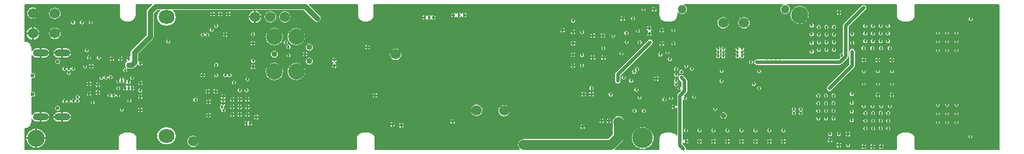
<source format=gbr>
%FSTAX23Y23*%
%MOIN*%
%SFA1B1*%

%IPPOS*%
%AMD65*
4,1,8,0.045300,0.000000,0.045300,0.000000,0.025600,0.019700,-0.025600,0.019700,-0.045300,0.000000,-0.045300,0.000000,-0.025600,-0.019700,0.025600,-0.019700,0.045300,0.000000,0.0*
1,1,0.039370,0.025600,0.000000*
1,1,0.039370,0.025600,0.000000*
1,1,0.039370,-0.025600,0.000000*
1,1,0.039370,-0.025600,0.000000*
%
%ADD56C,0.020000*%
%ADD62C,0.030000*%
G04~CAMADD=65~8~0.0~0.0~393.7~905.5~196.8~0.0~15~0.0~0.0~0.0~0.0~0~0.0~0.0~0.0~0.0~0~0.0~0.0~0.0~270.0~906.0~394.0*
%ADD65D65*%
%ADD66C,0.059843*%
%ADD67C,0.050000*%
%ADD68R,0.059843X0.059843*%
%ADD69C,0.060000*%
%ADD70C,0.098425*%
%ADD71C,0.093504*%
%ADD72C,0.033465*%
%ADD73O,0.090551X0.078740*%
%ADD74C,0.060000*%
%ADD75C,0.118110*%
%ADD76C,0.018000*%
%ADD77C,0.018000*%
%ADD78C,0.023622*%
%ADD79C,0.032000*%
%ADD80C,0.055000*%
%LNpcb_copper_signal_1-1*%
%LPD*%
G36*
X05399Y01244D02*
X05402Y0124D01*
X05402Y01235*
Y01181*
X05402*
X05403Y01172*
X05407Y01164*
X05412Y01156*
X05419Y01151*
X05428Y01147*
X05436Y01146*
X05437Y01146*
X05468*
X05469Y01146*
X05477Y01147*
X05486Y01151*
X05493Y01156*
X05499Y01164*
X05502Y01172*
X05503Y0118*
X05503Y01181*
Y0124*
X05503Y0124*
X05506Y01244*
X05508Y01245*
X05508Y01245*
X05984*
X05984Y01245*
X05987Y01243*
X05989Y0124*
X05989Y0124*
Y00413*
X05989Y00413*
X05989Y00413*
X05986Y00409*
X05984Y00409*
X05984Y00409*
X05508*
X05508Y00409*
X05504Y0041*
X05503Y00413*
X05503Y00413*
Y00472*
X05503*
X05502Y00481*
X05499Y0049*
X05493Y00497*
X05486Y00502*
X05477Y00506*
X05468Y00507*
Y00507*
X05437*
Y00507*
X05428Y00506*
X0542Y00502*
X05412Y00497*
X05407Y0049*
X05403Y00481*
X05402Y00472*
X05402*
Y00413*
X05402Y00413*
X05401Y00411*
X05398Y00409*
X05393*
X04199*
X04194Y00414*
X04195Y00416*
X04194Y00421*
X0419Y00426*
X04176Y00441*
Y00454*
X04181Y00455*
X04181Y00452*
X04184Y00447*
X04189Y00444*
X0419Y00444*
Y00458*
Y00471*
X04189Y00471*
X04184Y00468*
X04181Y00463*
X04181Y0046*
X04176Y00461*
Y00696*
X0418Y00697*
X04181Y00697*
X04184Y00695*
X04189Y00694*
X04193Y00695*
X04196Y00698*
X04199Y00701*
X042Y00706*
X04199Y0071*
X04196Y00713*
X04193Y00716*
X04189Y00717*
X04187Y00716*
X04184Y00721*
X04197Y00734*
X04201Y00739*
X04202Y00745*
Y00805*
X04201Y0081*
X04197Y00815*
X04178Y00834*
X04173Y00838*
X04168Y00839*
X04162Y00838*
X04157Y00834*
X04153Y00829*
X04152Y00824*
X04153Y00818*
X04157Y00813*
X04171Y00798*
Y0077*
X04166Y00768*
X04165Y00769*
X04162Y00772*
X04157Y00773*
X04153Y00772*
X0415Y00769*
X04147Y00766*
X04146Y00762*
X04147Y00757*
X0415Y00754*
X04153Y00751*
X04157Y0075*
X04162Y00751*
X04163Y00752*
X04168Y0075*
X04169Y00749*
X0415Y0073*
X04146Y00725*
X04145Y00719*
Y00662*
X0414Y00662*
X04137Y00666*
X04133Y00669*
X04132Y00669*
Y00656*
Y00643*
X04133Y00643*
X04137Y00646*
X0414Y00651*
X04145Y0065*
Y00491*
X04141Y0049*
X0414Y0049*
X04135Y00497*
X04128Y00502*
X04119Y00506*
X0411Y00507*
Y00507*
X04079*
Y00507*
X0407Y00506*
X04061Y00502*
X04054Y00497*
X04049Y0049*
X04045Y00481*
X04044Y00472*
X04044*
Y00413*
X04044Y00413*
X04043Y00411*
X04039Y00409*
X04034*
X03788*
X03786Y00414*
X03787Y00414*
X03832Y00459*
X03837Y00466*
X0384Y00474*
X03841Y00482*
Y00569*
X0384Y00577*
X03837Y00585*
X03832Y00592*
X03825Y00597*
X03817Y00601*
X03808Y00602*
X038Y00601*
X03792Y00597*
X03785Y00592*
X0378Y00585*
X03777Y00577*
X03776Y00569*
Y00496*
X0375Y0047*
X03267*
X03258Y00469*
X0325Y00466*
X03243Y00461*
X03238Y00454*
X03235Y00446*
X03234Y00438*
X03235Y00429*
X03238Y00421*
X03243Y00414*
X03244Y00414*
X03242Y00409*
X02417*
X02417Y00409*
X02414Y0041*
X02413Y00413*
X02413Y00413*
Y00472*
X02413*
X02412Y00481*
X02408Y0049*
X02403Y00497*
X02395Y00502*
X02387Y00506*
X02378Y00507*
Y00507*
X02346*
Y00507*
X02337Y00506*
X02329Y00502*
X02322Y00497*
X02316Y0049*
X02313Y00481*
X02312Y00472*
X02312*
Y00413*
X02312Y00413*
X0231Y0041*
X02307Y00409*
X02307Y00409*
X01055*
X01055Y00409*
X01052Y0041*
X01051Y00413*
X01051Y00413*
Y00472*
X01051Y00472*
X01049Y00481*
X01046Y0049*
X0104Y00497*
X01033Y00502*
X01025Y00506*
X01016Y00507*
Y00507*
X00984*
Y00507*
X00975Y00506*
X00967Y00502*
X0096Y00497*
X00954Y0049*
X00951Y00481*
X00949Y00472*
X00949*
Y00413*
X0095Y00413*
X00948Y0041*
X00945Y00409*
X00945Y00409*
X00413*
X00413Y00409*
X0041Y0041*
X00409Y00413*
X00409Y00413*
Y0053*
X00409Y0053*
X0041Y00531*
X00413Y00534*
X00422Y00535*
X00431Y00539*
X00438Y00544*
X00444Y00552*
X00447Y0056*
X00448Y00569*
X00448*
Y00587*
X00449Y00587*
X00453Y00588*
X00458Y00581*
X00466Y00575*
X00476Y00573*
X00497*
Y00598*
Y00624*
X00476*
X00466Y00622*
X00458Y00616*
X00453Y00609*
X00449Y00609*
X00448Y0061*
Y00711*
X00453Y00715*
X00456Y00714*
X00462Y00715*
X00466Y00718*
X00469Y00723*
X0047Y00728*
X00469Y00734*
X00466Y00738*
X00462Y00741*
X00456Y00742*
X00453Y00742*
X00448Y00745*
X00448Y00818*
X00453Y00821*
X00456Y0082*
X00462Y00822*
X00466Y00825*
X00469Y00829*
X0047Y00835*
X00469Y0084*
X00466Y00845*
X00462Y00848*
X00456Y00849*
X00453Y00848*
X00448Y00851*
Y00953*
X00449Y00953*
X00453Y00954*
X00458Y00947*
X00466Y00941*
X00476Y00939*
X00497*
Y00965*
Y0099*
X00476*
X00466Y00988*
X00458Y00982*
X00453Y00975*
X00449Y00976*
X00448Y00976*
Y00994*
X00448*
X00447Y01003*
X00444Y01012*
X00438Y01019*
X00431Y01024*
X00422Y01028*
X00413Y01029*
X0041Y01032*
X00409Y01033*
X00409Y01033*
X00409Y01235*
X00409Y0124*
X00412Y01244*
X00413Y01245*
X00413Y01245*
X00951*
X00951Y01245*
X00953Y01244*
X00955Y0124*
X00955Y01235*
Y01181*
X00955Y0118*
X00957Y01172*
X0096Y01164*
X00966Y01156*
X00973Y01151*
X00981Y01147*
X0099Y01146*
X0099Y01146*
X0101*
X0101Y01146*
X01019Y01147*
X01027Y01151*
X01034Y01156*
X0104Y01164*
X01043Y01172*
X01045Y0118*
X01045Y01181*
Y0124*
X01045Y0124*
X01047Y01243*
X01049Y01244*
X01054Y01245*
X01138*
X0114Y0124*
X01114Y01214*
X0111Y01207*
X01108Y012*
Y01068*
X01023Y00983*
X01019Y00976*
X01017Y00968*
Y00947*
X01012Y00944*
X01011Y00945*
X0101Y00945*
Y00932*
X01005*
Y00927*
X00992*
X00992Y00926*
X00995Y00922*
X00997Y0092*
X00997Y00918*
X00997Y00915*
X00991Y00911*
X00986Y00904*
X00985Y00896*
X00986Y00889*
X00991Y00882*
X00992Y00881*
X0099Y00877*
X00989Y00877*
X00986Y00877*
X00981Y00877*
X00978Y00874*
X00975Y00871*
X00974Y00866*
X00975Y00862*
X00978Y00858*
X00981Y00856*
X00986Y00855*
X0099Y00856*
X00993Y00858*
X00996Y00862*
X00997Y00866*
X00996Y00871*
X00994Y00874*
X00993Y00874*
X00996Y00878*
X00997Y00878*
X01005Y00876*
X01024*
X01032Y00878*
X01039Y00882*
X01052Y00895*
X01054Y00899*
X01056Y00899*
X0106Y00898*
X01062Y00895*
X01067Y00892*
X01068Y00892*
Y00905*
Y00919*
X01067Y00918*
X01063Y00916*
X01061Y00916*
X01058Y00918*
Y0096*
X01143Y01045*
X01147Y01052*
X01149Y01059*
Y01191*
X0117Y01212*
X01185*
X01187Y01207*
X01183Y01204*
X01175Y01194*
X0117Y01182*
X01169Y0117*
X0117Y01158*
X01175Y01146*
X01183Y01136*
X01193Y01129*
X01204Y01124*
X01216Y01122*
X01228*
X01241Y01124*
X01252Y01129*
X01262Y01136*
X0127Y01146*
X01274Y01158*
X01276Y0117*
X01274Y01182*
X0127Y01194*
X01262Y01204*
X01258Y01207*
X0126Y01212*
X02007*
X0207Y01149*
X02077Y01144*
X02085Y01143*
X02093Y01144*
X02099Y01149*
X02104Y01155*
X02105Y01163*
X02104Y01171*
X02099Y01178*
X02037Y0124*
X02039Y01245*
X02313*
X02313Y01245*
X02315Y01244*
X02317Y0124*
X02318Y01235*
Y01181*
X02318Y0118*
X02319Y01172*
X02322Y01164*
X02328Y01156*
X02335Y01151*
X02343Y01147*
X02351Y01146*
X02352Y01146*
X02372*
X02373Y01146*
X02381Y01147*
X02389Y01151*
X02397Y01156*
X02402Y01164*
X02406Y01172*
X02407Y0118*
X02407Y01181*
Y0124*
X02407Y0124*
X0241Y01244*
X02411Y01245*
X02411Y01245*
X04039*
X0404Y01245*
X04041Y01244*
X04044Y0124*
X04044Y01235*
Y01181*
X04044*
X04045Y01172*
X04049Y01164*
X04054Y01156*
X04061Y01151*
X0407Y01147*
X04078Y01146*
X04079Y01146*
X0411*
X04111Y01146*
X04119Y01147*
X04128Y01151*
X04135Y01156*
X0414Y01164*
X04144Y01172*
X04145Y0118*
X04145Y01181*
Y01198*
X0415Y01199*
X04153Y01195*
X04159Y01191*
X04165Y01188*
X04172Y01187*
X04179Y01188*
X04186Y01191*
X04192Y01195*
X04196Y01201*
X04199Y01208*
X042Y01215*
X04199Y01222*
X04196Y01228*
X04192Y01234*
X04186Y01238*
X04183Y0124*
X04184Y01245*
X04751*
X04752Y0124*
X04749Y01238*
X04744Y01234*
X04739Y01228*
X04737Y01222*
X04736Y01215*
X04737Y01208*
X04739Y01201*
X04744Y01195*
X04749Y01191*
X04756Y01188*
X04763Y01187*
X0477Y01188*
X04776Y01191*
X04782Y01195*
X04786Y01201*
X04789Y01208*
X0479Y01215*
X04789Y01222*
X04786Y01228*
X04782Y01234*
X04776Y01238*
X04773Y0124*
X04774Y01245*
X05209*
X0521Y0124*
X05209Y01239*
X05206Y01239*
X05201Y01235*
X05099Y01133*
X05095Y01128*
X05094Y01123*
Y00967*
X05089Y00964*
X05087Y00964*
X05082Y00963*
X05079Y00961*
X05076Y00957*
X05075Y00953*
X05076Y00949*
X05079Y00945*
X05079Y00945*
X0508Y00938*
X05068Y00927*
X04601*
X04595Y00926*
X0459Y00922*
X04586Y00917*
X04585Y00912*
X04586Y00906*
X0459Y00901*
X04595Y00897*
X04601Y00896*
X05075*
X05081Y00897*
X05086Y00901*
X0512Y00935*
X05124Y0094*
X05125Y00946*
Y01116*
X05222Y01214*
X05226Y01219*
X05227Y01225*
X05226Y0123*
X05222Y01235*
X05217Y01239*
X05214Y01239*
X05213Y0124*
X05214Y01245*
X05398*
X05398Y01245*
X05399Y01244*
G37*
%LNpcb_copper_signal_1-2*%
%LPC*%
G36*
X04019Y01228D02*
Y0122D01*
X04027*
X04027Y0122*
X04024Y01225*
X04019Y01228*
X04019Y01228*
G37*
G36*
X04009D02*
X04008Y01228D01*
X04003Y01225*
X04Y0122*
X04Y0122*
X04009*
Y01228*
G37*
G36*
X03953Y01226D02*
X03948Y01225D01*
X03945Y01223*
X03942Y01219*
X03941Y01215*
X03942Y0121*
X03945Y01207*
X03948Y01204*
X03953Y01204*
X03957Y01204*
X0396Y01207*
X03963Y0121*
X03964Y01215*
X03963Y01219*
X0396Y01223*
X03957Y01225*
X03953Y01226*
G37*
G36*
X04027Y0121D02*
X04019D01*
Y01202*
X04019Y01202*
X04024Y01205*
X04027Y01209*
X04027Y0121*
G37*
G36*
X04009D02*
X04D01*
X04Y01209*
X04003Y01205*
X04008Y01202*
X04009Y01202*
Y0121*
G37*
G36*
X05076Y0121D02*
Y01202D01*
X05084*
X05084Y01202*
X05081Y01207*
X05076Y0121*
X05076Y0121*
G37*
G36*
X05066D02*
X05065Y0121D01*
X05061Y01207*
X05058Y01202*
X05058Y01202*
X05066*
Y0121*
G37*
G36*
X0158Y012D02*
Y01192D01*
X01588*
X01588Y01193*
X01585Y01197*
X0158Y012*
X0158Y012*
G37*
G36*
X0157D02*
X0157Y012D01*
X01565Y01197*
X01562Y01193*
X01562Y01192*
X0157*
Y012*
G37*
G36*
X01535D02*
Y01192D01*
X01543*
X01543Y01193*
X0154Y01197*
X01535Y012*
X01535Y012*
G37*
G36*
X01525D02*
X01525Y012D01*
X0152Y01197*
X01517Y01193*
X01517Y01192*
X01525*
Y012*
G37*
G36*
X0149D02*
Y01192D01*
X01498*
X01498Y01193*
X01495Y01197*
X0149Y012*
X0149Y012*
G37*
G36*
X0148D02*
X0148Y012D01*
X01475Y01197*
X01472Y01193*
X01472Y01192*
X0148*
Y012*
G37*
G36*
X0289Y01194D02*
X02889Y01194D01*
X02884Y01191*
X02883Y01188*
X02877*
X02876Y01191*
X02871Y01194*
X02871Y01194*
Y01181*
Y01167*
X02871Y01167*
X02876Y0117*
X02877Y01173*
X02883*
X02884Y0117*
X02889Y01167*
X0289Y01167*
Y01181*
Y01194*
G37*
G36*
X0292D02*
X02919Y01194D01*
X02914Y01191*
X02912Y01187*
X02912Y01187*
X02907*
X02907Y01187*
X02905Y01191*
X029Y01194*
X029Y01194*
Y01181*
Y01167*
X029Y01167*
X02905Y0117*
X02907Y01174*
X02907Y01174*
X02912*
X02912Y01174*
X02914Y0117*
X02919Y01167*
X0292Y01167*
Y01181*
Y01194*
G37*
G36*
X0293D02*
Y01186D01*
X02938*
X02938Y01186*
X02935Y01191*
X0293Y01194*
X0293Y01194*
G37*
G36*
X02861D02*
X0286Y01194D01*
X02855Y01191*
X02852Y01186*
X02852Y01186*
X02861*
Y01194*
G37*
G36*
X05084Y01192D02*
X05076D01*
Y01183*
X05076Y01183*
X05081Y01186*
X05084Y01191*
X05084Y01192*
G37*
G36*
X05066D02*
X05058D01*
X05058Y01191*
X05061Y01186*
X05065Y01183*
X05066Y01183*
Y01192*
G37*
G36*
X02746Y01181D02*
X02745Y01181D01*
X0274Y01178*
X02736*
X02731Y01181*
X02731Y01181*
Y01168*
Y01154*
X02731Y01154*
X02736Y01157*
X0274*
X02745Y01154*
X02746Y01154*
Y01168*
Y01181*
G37*
G36*
X02721D02*
X0272Y01181D01*
X02715Y01178*
X02711*
X02706Y01181*
X02706Y01181*
Y01168*
Y01154*
X02706Y01154*
X02711Y01157*
X02715*
X0272Y01154*
X02721Y01154*
Y01168*
Y01181*
G37*
G36*
X01734Y01206D02*
Y01177D01*
X01763*
X01763Y01181*
X01759Y01189*
X01753Y01196*
X01746Y01202*
X01738Y01206*
X01734Y01206*
G37*
G36*
X01724D02*
X01719Y01206D01*
X01711Y01202*
X01704Y01196*
X01698Y01189*
X01694Y01181*
X01694Y01177*
X01724*
Y01206*
G37*
G36*
X01588Y01182D02*
X0158D01*
Y01174*
X0158Y01174*
X01585Y01177*
X01588Y01182*
X01588Y01182*
G37*
G36*
X0157D02*
X01562D01*
X01562Y01182*
X01565Y01177*
X0157Y01174*
X0157Y01174*
Y01182*
G37*
G36*
X01543D02*
X01535D01*
Y01174*
X01535Y01174*
X0154Y01177*
X01543Y01182*
X01543Y01182*
G37*
G36*
X01525D02*
X01517D01*
X01517Y01182*
X0152Y01177*
X01525Y01174*
X01525Y01174*
Y01182*
G37*
G36*
X01498D02*
X0149D01*
Y01174*
X0149Y01174*
X01495Y01177*
X01498Y01182*
X01498Y01182*
G37*
G36*
X0148D02*
X01472D01*
X01472Y01182*
X01475Y01177*
X0148Y01174*
X0148Y01174*
Y01182*
G37*
G36*
X02756Y01181D02*
Y01173D01*
X02764*
X02764Y01173*
X02761Y01178*
X02756Y01181*
X02756Y01181*
G37*
G36*
X02696D02*
X02695Y01181D01*
X0269Y01178*
X02687Y01173*
X02687Y01173*
X02696*
Y01181*
G37*
G36*
X02938Y01176D02*
X0293D01*
Y01167*
X0293Y01167*
X02935Y0117*
X02938Y01175*
X02938Y01176*
G37*
G36*
X02861D02*
X02852D01*
X02852Y01175*
X02855Y0117*
X0286Y01167*
X02861Y01167*
Y01176*
G37*
G36*
X03838Y01175D02*
Y01167D01*
X03846*
X03846Y01167*
X03843Y01172*
X03838Y01175*
X03838Y01175*
G37*
G36*
X03828D02*
X03827Y01175D01*
X03822Y01172*
X03819Y01167*
X03819Y01167*
X03828*
Y01175*
G37*
G36*
X00458Y01225D02*
X00449Y01224D01*
X00441Y0122*
X00435Y01215*
X0043Y01209*
X00426Y01201*
X00425Y01193*
X00426Y01184*
X0043Y01176*
X00435Y0117*
X00441Y01165*
X00449Y01161*
X00458Y0116*
X00466Y01161*
X00474Y01165*
X0048Y0117*
X00485Y01176*
X00489Y01184*
X0049Y01193*
X00489Y01201*
X00485Y01209*
X0048Y01215*
X00474Y0122*
X00466Y01224*
X00458Y01225*
G37*
G36*
X00584Y01224D02*
X00575Y01223D01*
X00567Y01219*
X00561Y01214*
X00556Y01208*
X00552Y012*
X00551Y01191*
X00552Y01183*
X00556Y01175*
X00561Y01169*
X00567Y01164*
X00575Y0116*
X00584Y01159*
X00592Y0116*
X006Y01164*
X00606Y01169*
X00611Y01175*
X00615Y01183*
X00616Y01191*
X00615Y012*
X00611Y01208*
X00606Y01214*
X006Y01219*
X00592Y01223*
X00584Y01224*
G37*
G36*
X02764Y01163D02*
X02756D01*
Y01154*
X02756Y01154*
X02761Y01157*
X02764Y01162*
X02764Y01163*
G37*
G36*
X02696D02*
X02687D01*
X02687Y01162*
X0269Y01157*
X02695Y01154*
X02696Y01154*
Y01163*
G37*
G36*
X03893Y01174D02*
X03888Y01173D01*
X03885Y01171*
X03882Y01167*
X03881Y01163*
X03882Y01158*
X03885Y01155*
X03888Y01152*
X03893Y01151*
X03897Y01152*
X039Y01155*
X03903Y01158*
X03904Y01163*
X03903Y01167*
X039Y01171*
X03897Y01173*
X03893Y01174*
G37*
G36*
X05825Y01172D02*
X0582Y01171D01*
X05817Y01168*
X05814Y01165*
X05813Y01161*
X05814Y01156*
X05817Y01153*
X0582Y0115*
X05825Y01149*
X05829Y0115*
X05832Y01153*
X05835Y01156*
X05836Y01161*
X05835Y01165*
X05832Y01168*
X05829Y01171*
X05825Y01172*
G37*
G36*
X03846Y01157D02*
X03838D01*
Y01148*
X03838Y01148*
X03843Y01152*
X03846Y01156*
X03846Y01157*
G37*
G36*
X03828D02*
X03819D01*
X03819Y01156*
X03822Y01152*
X03827Y01148*
X03828Y01148*
Y01157*
G37*
G36*
X019Y01204D02*
X01891Y01203D01*
X01883Y01199*
X01877Y01194*
X01872Y01188*
X01868Y0118*
X01867Y01172*
X01868Y01163*
X01872Y01155*
X01877Y01149*
X01883Y01144*
X01891Y0114*
X019Y01139*
X01908Y0114*
X01916Y01144*
X01922Y01149*
X01927Y01155*
X01931Y01163*
X01932Y01172*
X01931Y0118*
X01927Y01188*
X01922Y01194*
X01916Y01199*
X01908Y01203*
X019Y01204*
G37*
G36*
X01817D02*
X01808Y01203D01*
X018Y01199*
X01794Y01194*
X01789Y01188*
X01785Y0118*
X01784Y01172*
X01785Y01163*
X01789Y01155*
X01794Y01149*
X018Y01144*
X01808Y0114*
X01817Y01139*
X01825Y0114*
X01833Y01144*
X01839Y01149*
X01844Y01155*
X01848Y01163*
X01849Y01172*
X01848Y0118*
X01844Y01188*
X01839Y01194*
X01833Y01199*
X01825Y01203*
X01817Y01204*
G37*
G36*
X03549Y01161D02*
X03545Y0116D01*
X03541Y01157*
X03539Y01154*
X03538Y0115*
X03539Y01145*
X03541Y01142*
X03545Y01139*
X03549Y01138*
X03553Y01139*
X03557Y01142*
X03559Y01145*
X0356Y0115*
X03559Y01154*
X03557Y01157*
X03553Y0116*
X03549Y01161*
G37*
G36*
X01763Y01167D02*
X01734D01*
Y01137*
X01738Y01137*
X01746Y01141*
X01753Y01147*
X01759Y01154*
X01763Y01162*
X01763Y01167*
G37*
G36*
X01724D02*
X01694D01*
X01694Y01162*
X01698Y01154*
X01704Y01147*
X01711Y01141*
X01719Y01137*
X01724Y01137*
Y01167*
G37*
G36*
X04846Y01234D02*
X04832Y01232D01*
X0482Y01227*
X04809Y01219*
X04801Y01208*
X04796Y01196*
X04794Y01183*
X04796Y01169*
X04801Y01157*
X04809Y01146*
X0482Y01138*
X04832Y01133*
X04846Y01131*
X04859Y01133*
X04871Y01138*
X04882Y01146*
X0489Y01157*
X04895Y01169*
X04897Y01183*
X04895Y01196*
X0489Y01208*
X04882Y01219*
X04871Y01227*
X04859Y01232*
X04846Y01234*
G37*
G36*
X00789Y01153D02*
X00785Y01152D01*
X00781Y01149*
X00778Y01146*
X00778Y01141*
X00778Y01137*
X00781Y01133*
X00785Y01131*
X00789Y0113*
X00793Y01131*
X00797Y01133*
X00799Y01137*
X008Y01141*
X00799Y01146*
X00797Y01149*
X00793Y01152*
X00789Y01153*
G37*
G36*
X00738Y01152D02*
X00733Y01151D01*
X0073Y01148*
X00727Y01145*
X00726Y0114*
X00727Y01136*
X0073Y01132*
X00733Y0113*
X00738Y01129*
X00742Y0113*
X00745Y01132*
X00748Y01136*
X00749Y0114*
X00748Y01145*
X00745Y01148*
X00742Y01151*
X00738Y01152*
G37*
G36*
X00687Y01151D02*
X00683Y0115D01*
X00679Y01148*
X00677Y01144*
X00676Y0114*
X00677Y01135*
X00679Y01132*
X00683Y01129*
X00687Y01128*
X00692Y01129*
X00695Y01132*
X00698Y01135*
X00699Y0114*
X00698Y01144*
X00695Y01148*
X00692Y0115*
X00687Y01151*
G37*
G36*
X04914Y01135D02*
X0491Y01134D01*
X04906Y01131*
X04904Y01128*
X04903Y01124*
X04904Y01119*
X04906Y01116*
X0491Y01113*
X04914Y01112*
X04919Y01113*
X04922Y01116*
X04925Y01119*
X04926Y01124*
X04925Y01128*
X04922Y01131*
X04919Y01134*
X04914Y01135*
G37*
G36*
X0399Y01119D02*
Y01111D01*
X03998*
X03998Y01111*
X03995Y01116*
X0399Y01119*
X0399Y01119*
G37*
G36*
X0398D02*
X03979Y01119D01*
X03974Y01116*
X03971Y01111*
X03971Y01111*
X0398*
Y01119*
G37*
G36*
X01507Y01132D02*
X01503Y01131D01*
X01499Y01128*
X01497Y01125*
X01496Y01121*
X01497Y01116*
X01499Y01113*
X01503Y0111*
X01507Y01109*
X01511Y0111*
X01515Y01113*
X01517Y01116*
X01518Y01121*
X01517Y01125*
X01515Y01128*
X01511Y01131*
X01507Y01132*
G37*
G36*
X05351Y01131D02*
X05347Y01131D01*
X05344Y01128*
X05341Y01125*
X0534Y0112*
X05341Y01116*
X05344Y01112*
X05347Y0111*
X05351Y01109*
X05356Y0111*
X05359Y01112*
X05362Y01116*
X05363Y0112*
X05362Y01125*
X05359Y01128*
X05356Y01131*
X05351Y01131*
G37*
G36*
X05308D02*
X05304Y01131D01*
X053Y01128*
X05298Y01125*
X05297Y0112*
X05298Y01116*
X053Y01112*
X05304Y0111*
X05308Y01109*
X05312Y0111*
X05316Y01112*
X05319Y01116*
X05319Y0112*
X05319Y01125*
X05316Y01128*
X05312Y01131*
X05308Y01131*
G37*
G36*
X05265D02*
X05261Y01131D01*
X05257Y01128*
X05254Y01125*
X05254Y0112*
X05254Y01116*
X05257Y01112*
X05261Y0111*
X05265Y01109*
X05269Y0111*
X05273Y01112*
X05275Y01116*
X05276Y0112*
X05275Y01125*
X05273Y01128*
X05269Y01131*
X05265Y01131*
G37*
G36*
X05222D02*
X05217Y01131D01*
X05214Y01128*
X05211Y01125*
X0521Y0112*
X05211Y01116*
X05214Y01112*
X05217Y0111*
X05222Y01109*
X05226Y0111*
X05229Y01112*
X05232Y01116*
X05233Y0112*
X05232Y01125*
X05229Y01128*
X05226Y01131*
X05222Y01131*
G37*
G36*
X04527Y0117D02*
X04518Y01169D01*
X04511Y01165*
X04504Y0116*
X04499Y01154*
X04496Y01146*
X04494Y01138*
X04496Y01129*
X04499Y01121*
X04504Y01115*
X04511Y0111*
X04518Y01106*
X04527Y01105*
X04535Y01106*
X04543Y0111*
X04549Y01115*
X04554Y01121*
X04558Y01129*
X04559Y01138*
X04558Y01146*
X04554Y01154*
X04549Y0116*
X04543Y01165*
X04535Y01169*
X04527Y0117*
G37*
G36*
X04409D02*
X044Y01169D01*
X04392Y01165*
X04386Y0116*
X04381Y01154*
X04377Y01146*
X04376Y01138*
X04377Y01129*
X04381Y01121*
X04386Y01115*
X04392Y0111*
X044Y01106*
X04409Y01105*
X04417Y01106*
X04425Y0111*
X04431Y01115*
X04436Y01121*
X0444Y01129*
X04441Y01138*
X0444Y01146*
X04436Y01154*
X04431Y0116*
X04425Y01165*
X04417Y01169*
X04409Y0117*
G37*
G36*
X05042Y01125D02*
X05038Y01124D01*
X05034Y01121*
X05032Y01118*
X05031Y01113*
X05032Y01109*
X05034Y01106*
X05038Y01103*
X05042Y01102*
X05047Y01103*
X0505Y01106*
X05053Y01109*
X05053Y01113*
X05053Y01118*
X0505Y01121*
X05047Y01124*
X05042Y01125*
G37*
G36*
X04999D02*
X04995Y01124D01*
X04991Y01121*
X04989Y01118*
X04988Y01113*
X04989Y01109*
X04991Y01106*
X04995Y01103*
X04999Y01102*
X05003Y01103*
X05007Y01106*
X05009Y01109*
X0501Y01113*
X05009Y01118*
X05007Y01121*
X05003Y01124*
X04999Y01125*
G37*
G36*
X04956D02*
X04951Y01124D01*
X04948Y01121*
X04945Y01118*
X04944Y01113*
X04945Y01109*
X04948Y01106*
X04951Y01103*
X04956Y01102*
X0496Y01103*
X04964Y01106*
X04966Y01109*
X04967Y01113*
X04966Y01118*
X04964Y01121*
X0496Y01124*
X04956Y01125*
G37*
G36*
X03494Y01109D02*
Y01101D01*
X03502*
X03502Y01101*
X03499Y01106*
X03494Y01109*
X03494Y01109*
G37*
G36*
X03484D02*
X03483Y01109D01*
X03478Y01106*
X03475Y01101*
X03475Y01101*
X03484*
Y01109*
G37*
G36*
X0406Y01109D02*
Y01101D01*
X04068*
X04068Y01101*
X04065Y01106*
X0406Y01109*
X0406Y01109*
G37*
G36*
X0405D02*
X0405Y01109D01*
X04045Y01106*
X04042Y01101*
X04042Y01101*
X0405*
Y01109*
G37*
G36*
X03553Y01098D02*
Y0109D01*
X03561*
X03561Y0109*
X03558Y01095*
X03553Y01098*
X03553Y01098*
G37*
G36*
X03543D02*
X03542Y01098D01*
X03538Y01095*
X03535Y0109*
X03535Y0109*
X03543*
Y01098*
G37*
G36*
X01482Y01109D02*
X01477Y01108D01*
X01474Y01105*
X01471Y01102*
X0147Y01098*
X01471Y01093*
X01474Y0109*
X01477Y01087*
X01482Y01086*
X01486Y01087*
X01489Y0109*
X01492Y01093*
X01493Y01098*
X01492Y01102*
X01489Y01105*
X01486Y01108*
X01482Y01109*
G37*
G36*
X04123Y01107D02*
X04119Y01106D01*
X04115Y01103*
X04113Y011*
X04112Y01096*
X04113Y01091*
X04115Y01088*
X04119Y01085*
X04123Y01084*
X04127Y01085*
X04131Y01088*
X04133Y01091*
X04134Y01096*
X04133Y011*
X04131Y01103*
X04127Y01106*
X04123Y01107*
G37*
G36*
X03502Y01091D02*
X03494D01*
Y01083*
X03494Y01083*
X03499Y01086*
X03502Y0109*
X03502Y01091*
G37*
G36*
X03484D02*
X03475D01*
X03475Y0109*
X03478Y01086*
X03483Y01083*
X03484Y01083*
Y01091*
G37*
G36*
X04068Y01091D02*
X0406D01*
Y01082*
X0406Y01082*
X04065Y01085*
X04068Y0109*
X04068Y01091*
G37*
G36*
X0405D02*
X04042D01*
X04042Y0109*
X04045Y01085*
X0405Y01082*
X0405Y01082*
Y01091*
G37*
G36*
X00463Y01112D02*
Y01082D01*
X00492*
X00492Y01086*
X00488Y01095*
X00482Y01102*
X00475Y01108*
X00467Y01111*
X00463Y01112*
G37*
G36*
X00453D02*
X00448Y01111D01*
X0044Y01108*
X00433Y01102*
X00427Y01095*
X00423Y01086*
X00423Y01082*
X00453*
Y01112*
G37*
G36*
X03998Y01101D02*
X03971D01*
X03971Y011*
X03974Y01095*
X03978Y01093*
X03978Y01089*
X03978Y01087*
X03975Y01086*
X03972Y01081*
X03972Y01081*
X03999*
X03999Y01081*
X03996Y01086*
X03992Y01088*
X03992Y01092*
X03992Y01094*
X03995Y01095*
X03998Y011*
X03998Y01101*
G37*
G36*
X0392Y01102D02*
X03916Y01102D01*
X03912Y01099*
X0391Y01096*
X03909Y01091*
X0391Y01087*
X03912Y01083*
X03916Y01081*
X0392Y0108*
X03925Y01081*
X03928Y01083*
X03931Y01087*
X03931Y01091*
X03931Y01096*
X03928Y01099*
X03925Y01102*
X0392Y01102*
G37*
G36*
X01563Y01083D02*
Y01075D01*
X01571*
X01571Y01075*
X01568Y0108*
X01564Y01083*
X01563Y01083*
G37*
G36*
X01553D02*
X01553Y01083D01*
X01548Y0108*
X01545Y01075*
X01545Y01075*
X01553*
Y01083*
G37*
G36*
X03601Y01096D02*
X03597Y01095D01*
X03593Y01092*
X03591Y01089*
X0359Y01085*
X03591Y0108*
X03593Y01077*
X03597Y01074*
X03601Y01073*
X03605Y01074*
X03609Y01077*
X03611Y0108*
X03612Y01085*
X03611Y01089*
X03609Y01092*
X03605Y01095*
X03601Y01096*
G37*
G36*
X01456Y0108D02*
X01451Y01079D01*
X01448Y01077*
X01445Y01073*
X01443Y01073*
X01442*
X0144Y01073*
X01438Y01077*
X01434Y01079*
X0143Y0108*
X01426Y01079*
X01422Y01077*
X0142Y01073*
X01419Y01069*
X0142Y01065*
X01422Y01061*
X01426Y01059*
X0143Y01058*
X01434Y01059*
X01438Y01061*
X0144Y01064*
X01442Y01065*
X01443*
X01445Y01064*
X01448Y01061*
X01451Y01059*
X01456Y01058*
X0146Y01059*
X01464Y01061*
X01466Y01065*
X01467Y01069*
X01466Y01073*
X01464Y01077*
X0146Y01079*
X01456Y0108*
G37*
G36*
X03561Y0108D02*
X03553D01*
Y01071*
X03553Y01071*
X03558Y01074*
X03561Y01079*
X03561Y0108*
G37*
G36*
X03543D02*
X03535D01*
X03535Y01079*
X03538Y01074*
X03542Y01071*
X03543Y01071*
Y0108*
G37*
G36*
X05743Y01092D02*
X05739Y01091D01*
X05735Y01089*
X05733Y01085*
X05732Y01081*
X05733Y01077*
X05735Y01073*
X05739Y01071*
X05743Y0107*
X05747Y01071*
X05751Y01073*
X05753Y01077*
X05754Y01081*
X05753Y01085*
X05751Y01089*
X05747Y01091*
X05743Y01092*
G37*
G36*
X0569D02*
X05685Y01091D01*
X05682Y01089*
X05679Y01085*
X05678Y01081*
X05679Y01077*
X05682Y01073*
X05685Y01071*
X0569Y0107*
X05694Y01071*
X05697Y01073*
X057Y01077*
X05701Y01081*
X057Y01085*
X05697Y01089*
X05694Y01091*
X0569Y01092*
G37*
G36*
X05636D02*
X05632Y01091D01*
X05628Y01089*
X05626Y01085*
X05625Y01081*
X05626Y01077*
X05628Y01073*
X05632Y01071*
X05636Y0107*
X0564Y01071*
X05644Y01073*
X05646Y01077*
X05647Y01081*
X05646Y01085*
X05644Y01089*
X0564Y01091*
X05636Y01092*
G37*
G36*
X03667Y01078D02*
Y01069D01*
X03675*
X03675Y0107*
X03672Y01074*
X03668Y01078*
X03667Y01078*
G37*
G36*
X03657D02*
X03657Y01078D01*
X03652Y01074*
X03649Y0107*
X03649Y01069*
X03657*
Y01078*
G37*
G36*
X03726Y01077D02*
Y01069D01*
X03734*
X03734Y01069*
X03731Y01074*
X03726Y01077*
X03726Y01077*
G37*
G36*
X03716D02*
X03715Y01077D01*
X0371Y01074*
X03707Y01069*
X03707Y01069*
X03716*
Y01077*
G37*
G36*
X03855Y0109D02*
X0385Y01089D01*
X03847Y01087*
X03844Y01083*
X03843Y01079*
X03844Y01075*
X03847Y01071*
X0385Y01069*
X03855Y01068*
X03859Y01069*
X03862Y01071*
X03865Y01075*
X03866Y01079*
X03865Y01083*
X03862Y01087*
X03859Y01089*
X03855Y0109*
G37*
G36*
X05351Y01088D02*
X05347Y01087D01*
X05344Y01085*
X05341Y01081*
X0534Y01077*
X05341Y01073*
X05344Y01069*
X05347Y01067*
X05351Y01066*
X05356Y01067*
X05359Y01069*
X05362Y01073*
X05363Y01077*
X05362Y01081*
X05359Y01085*
X05356Y01087*
X05351Y01088*
G37*
G36*
X05308D02*
X05304Y01087D01*
X053Y01085*
X05298Y01081*
X05297Y01077*
X05298Y01073*
X053Y01069*
X05304Y01067*
X05308Y01066*
X05312Y01067*
X05316Y01069*
X05319Y01073*
X05319Y01077*
X05319Y01081*
X05316Y01085*
X05312Y01087*
X05308Y01088*
G37*
G36*
X05265D02*
X05261Y01087D01*
X05257Y01085*
X05254Y01081*
X05254Y01077*
X05254Y01073*
X05257Y01069*
X05261Y01067*
X05265Y01066*
X05269Y01067*
X05273Y01069*
X05275Y01073*
X05276Y01077*
X05275Y01081*
X05273Y01085*
X05269Y01087*
X05265Y01088*
G37*
G36*
X05222D02*
X05217Y01087D01*
X05214Y01085*
X05211Y01081*
X0521Y01077*
X05211Y01073*
X05214Y01069*
X05217Y01067*
X05222Y01066*
X05226Y01067*
X05229Y01069*
X05232Y01073*
X05233Y01077*
X05232Y01081*
X05229Y01085*
X05226Y01087*
X05222Y01088*
G37*
G36*
X05147Y01085D02*
X05142Y01084D01*
X05139Y01081*
X05136Y01078*
X05135Y01074*
X05136Y01069*
X05139Y01066*
X05142Y01063*
X05147Y01062*
X05151Y01063*
X05155Y01066*
X05157Y01069*
X05158Y01074*
X05157Y01078*
X05155Y01081*
X05151Y01084*
X05147Y01085*
G37*
G36*
X04914D02*
X0491Y01084D01*
X04906Y01081*
X04904Y01078*
X04903Y01074*
X04904Y01069*
X04906Y01066*
X0491Y01063*
X04914Y01062*
X04919Y01063*
X04922Y01066*
X04925Y01069*
X04926Y01074*
X04925Y01078*
X04922Y01081*
X04919Y01084*
X04914Y01085*
G37*
G36*
X03999Y01071D02*
X03991D01*
Y01062*
X03991Y01062*
X03996Y01065*
X03999Y0107*
X03999Y01071*
G37*
G36*
X03981D02*
X03972D01*
X03972Y0107*
X03975Y01065*
X0398Y01062*
X03981Y01062*
Y01071*
G37*
G36*
X01717Y01083D02*
X01713Y01082D01*
X01709Y0108*
X01707Y01076*
X01706Y01072*
X01707Y01068*
X01709Y01064*
X01713Y01062*
X01717Y01061*
X01721Y01062*
X01725Y01064*
X01727Y01068*
X01728Y01072*
X01727Y01076*
X01725Y0108*
X01721Y01082*
X01717Y01083*
G37*
G36*
X05042Y01081D02*
X05038Y01081D01*
X05034Y01078*
X05032Y01074*
X05031Y0107*
X05032Y01066*
X05034Y01062*
X05038Y0106*
X05042Y01059*
X05047Y0106*
X0505Y01062*
X05053Y01066*
X05053Y0107*
X05053Y01074*
X0505Y01078*
X05047Y01081*
X05042Y01081*
G37*
G36*
X04999D02*
X04995Y01081D01*
X04991Y01078*
X04989Y01074*
X04988Y0107*
X04989Y01066*
X04991Y01062*
X04995Y0106*
X04999Y01059*
X05003Y0106*
X05007Y01062*
X05009Y01066*
X0501Y0107*
X05009Y01074*
X05007Y01078*
X05003Y01081*
X04999Y01081*
G37*
G36*
X04956D02*
X04951Y01081D01*
X04948Y01078*
X04945Y01074*
X04944Y0107*
X04945Y01066*
X04948Y01062*
X04951Y0106*
X04956Y01059*
X0496Y0106*
X04964Y01062*
X04966Y01066*
X04967Y0107*
X04966Y01074*
X04964Y01078*
X0496Y01081*
X04956Y01081*
G37*
G36*
X01571Y01065D02*
X01563D01*
Y01056*
X01564Y01056*
X01568Y0106*
X01571Y01064*
X01571Y01065*
G37*
G36*
X01553D02*
X01545D01*
X01545Y01064*
X01548Y0106*
X01553Y01056*
X01553Y01056*
Y01065*
G37*
G36*
X0378Y01076D02*
X03775Y01075D01*
X03772Y01072*
X03769Y01069*
X03768Y01064*
X03769Y0106*
X03772Y01056*
X03775Y01054*
X0378Y01053*
X03784Y01054*
X03787Y01056*
X0379Y0106*
X03791Y01064*
X0379Y01069*
X03787Y01072*
X03784Y01075*
X0378Y01076*
G37*
G36*
X03675Y01059D02*
X03667D01*
Y01051*
X03668Y01051*
X03672Y01054*
X03675Y01059*
X03675Y01059*
G37*
G36*
X03657D02*
X03649D01*
X03649Y01059*
X03652Y01054*
X03657Y01051*
X03657Y01051*
Y01059*
G37*
G36*
X03734Y01059D02*
X03726D01*
Y01051*
X03726Y01051*
X03731Y01054*
X03734Y01058*
X03734Y01059*
G37*
G36*
X03716D02*
X03707D01*
X03707Y01058*
X0371Y01054*
X03715Y01051*
X03716Y01051*
Y01059*
G37*
G36*
X00584Y01109D02*
X00575Y01108D01*
X00567Y01105*
X00561Y011*
X00556Y01093*
X00552Y01085*
X00551Y01077*
X00552Y01069*
X00556Y01061*
X00561Y01054*
X00567Y01049*
X00575Y01046*
X00584Y01045*
X00592Y01046*
X006Y01049*
X00606Y01054*
X00611Y01061*
X00615Y01069*
X00616Y01077*
X00615Y01085*
X00611Y01093*
X00606Y011*
X006Y01105*
X00592Y01108*
X00584Y01109*
G37*
G36*
X00492Y01072D02*
X00463D01*
Y01042*
X00467Y01043*
X00475Y01046*
X00482Y01052*
X00488Y01059*
X00492Y01068*
X00492Y01072*
G37*
G36*
X00453D02*
X00423D01*
X00423Y01068*
X00427Y01059*
X00433Y01052*
X0044Y01046*
X00448Y01043*
X00453Y01042*
Y01072*
G37*
G36*
X01722Y01033D02*
Y01025D01*
X0173*
X0173Y01025*
X01727Y0103*
X01722Y01033*
X01722Y01033*
G37*
G36*
X01712D02*
X01711Y01033D01*
X01706Y0103*
X01703Y01025*
X01703Y01025*
X01712*
Y01033*
G37*
G36*
X03553Y01033D02*
Y01025D01*
X03562*
X03562Y01025*
X03558Y0103*
X03554Y01033*
X03553Y01033*
G37*
G36*
X03543D02*
X03543Y01033D01*
X03538Y0103*
X03535Y01025*
X03535Y01025*
X03543*
Y01033*
G37*
G36*
X0406Y01032D02*
Y01024D01*
X04068*
X04068Y01024*
X04065Y01029*
X0406Y01032*
X0406Y01032*
G37*
G36*
X0405D02*
X0405Y01032D01*
X04045Y01029*
X04042Y01024*
X04042Y01024*
X0405*
Y01032*
G37*
G36*
X05351Y01045D02*
X05347Y01044D01*
X05344Y01042*
X05341Y01038*
X0534Y01034*
X05341Y01029*
X05344Y01026*
X05347Y01023*
X05351Y01022*
X05356Y01023*
X05359Y01026*
X05362Y01029*
X05363Y01034*
X05362Y01038*
X05359Y01042*
X05356Y01044*
X05351Y01045*
G37*
G36*
X05308D02*
X05304Y01044D01*
X053Y01042*
X05298Y01038*
X05297Y01034*
X05298Y01029*
X053Y01026*
X05304Y01023*
X05308Y01022*
X05312Y01023*
X05316Y01026*
X05319Y01029*
X05319Y01034*
X05319Y01038*
X05316Y01042*
X05312Y01044*
X05308Y01045*
G37*
G36*
X05265D02*
X05261Y01044D01*
X05257Y01042*
X05254Y01038*
X05254Y01034*
X05254Y01029*
X05257Y01026*
X05261Y01023*
X05265Y01022*
X05269Y01023*
X05273Y01026*
X05275Y01029*
X05276Y01034*
X05275Y01038*
X05273Y01042*
X05269Y01044*
X05265Y01045*
G37*
G36*
X05222D02*
X05217Y01044D01*
X05214Y01042*
X05211Y01038*
X0521Y01034*
X05211Y01029*
X05214Y01026*
X05217Y01023*
X05222Y01022*
X05226Y01023*
X05229Y01026*
X05232Y01029*
X05233Y01034*
X05232Y01038*
X05229Y01042*
X05226Y01044*
X05222Y01045*
G37*
G36*
X05743Y01042D02*
X05739Y01042D01*
X05735Y01039*
X05733Y01035*
X05732Y01031*
X05733Y01027*
X05735Y01023*
X05739Y01021*
X05743Y0102*
X05747Y01021*
X05751Y01023*
X05753Y01027*
X05754Y01031*
X05753Y01035*
X05751Y01039*
X05747Y01042*
X05743Y01042*
G37*
G36*
X0569D02*
X05685Y01042D01*
X05682Y01039*
X05679Y01035*
X05678Y01031*
X05679Y01027*
X05682Y01023*
X05685Y01021*
X0569Y0102*
X05694Y01021*
X05697Y01023*
X057Y01027*
X05701Y01031*
X057Y01035*
X05697Y01039*
X05694Y01042*
X0569Y01042*
G37*
G36*
X05636D02*
X05632Y01042D01*
X05628Y01039*
X05626Y01035*
X05625Y01031*
X05626Y01027*
X05628Y01023*
X05632Y01021*
X05636Y0102*
X0564Y01021*
X05644Y01023*
X05646Y01027*
X05647Y01031*
X05646Y01035*
X05644Y01039*
X0564Y01042*
X05636Y01042*
G37*
G36*
X01232Y01042D02*
X01228Y01041D01*
X01224Y01038*
X01222Y01035*
X01221Y01031*
X01222Y01026*
X01224Y01023*
X01228Y0102*
X01232Y01019*
X01236Y0102*
X0124Y01023*
X01243Y01026*
X01243Y01031*
X01243Y01035*
X0124Y01038*
X01236Y01041*
X01232Y01042*
G37*
G36*
X03856Y01039D02*
X03851Y01038D01*
X03848Y01035*
X03845Y01032*
X03844Y01028*
X03845Y01023*
X03848Y0102*
X03851Y01017*
X03856Y01016*
X0386Y01017*
X03864Y0102*
X03866Y01023*
X03867Y01028*
X03866Y01032*
X03864Y01035*
X0386Y01038*
X03856Y01039*
G37*
G36*
X05042Y01038D02*
X05038Y01037D01*
X05034Y01035*
X05032Y01031*
X05031Y01027*
X05032Y01023*
X05034Y01019*
X05038Y01016*
X05042Y01016*
X05047Y01016*
X0505Y01019*
X05053Y01023*
X05053Y01027*
X05053Y01031*
X0505Y01035*
X05047Y01037*
X05042Y01038*
G37*
G36*
X04999D02*
X04995Y01037D01*
X04991Y01035*
X04989Y01031*
X04988Y01027*
X04989Y01023*
X04991Y01019*
X04995Y01016*
X04999Y01016*
X05003Y01016*
X05007Y01019*
X05009Y01023*
X0501Y01027*
X05009Y01031*
X05007Y01035*
X05003Y01037*
X04999Y01038*
G37*
G36*
X04956D02*
X04951Y01037D01*
X04948Y01035*
X04945Y01031*
X04944Y01027*
X04945Y01023*
X04948Y01019*
X04951Y01016*
X04956Y01016*
X0496Y01016*
X04964Y01019*
X04966Y01023*
X04967Y01027*
X04966Y01031*
X04964Y01035*
X0496Y01037*
X04956Y01038*
G37*
G36*
X03931Y01037D02*
X03926Y01036D01*
X03923Y01034*
X0392Y0103*
X03919Y01026*
X0392Y01022*
X03923Y01018*
X03926Y01016*
X03931Y01015*
X03935Y01016*
X03938Y01018*
X03941Y01022*
X03942Y01026*
X03941Y0103*
X03938Y01034*
X03935Y01036*
X03931Y01037*
G37*
G36*
X01905Y01037D02*
X01901Y01036D01*
X01897Y01033*
X01895Y0103*
X01894Y01025*
X01895Y01021*
X01897Y01018*
X01901Y01015*
X01905Y01014*
X0191Y01015*
X01913Y01018*
X01916Y01021*
X01916Y01025*
X01916Y0103*
X01913Y01033*
X0191Y01036*
X01905Y01037*
G37*
G36*
X04914Y01035D02*
X0491Y01034D01*
X04906Y01031*
X04904Y01028*
X04903Y01024*
X04904Y01019*
X04906Y01016*
X0491Y01013*
X04914Y01012*
X04919Y01013*
X04922Y01016*
X04925Y01019*
X04926Y01024*
X04925Y01028*
X04922Y01031*
X04919Y01034*
X04914Y01035*
G37*
G36*
X05147Y01034D02*
X05142Y01033D01*
X05139Y0103*
X05136Y01027*
X05135Y01023*
X05136Y01018*
X05139Y01015*
X05142Y01012*
X05147Y01011*
X05151Y01012*
X05155Y01015*
X05157Y01018*
X05158Y01023*
X05157Y01027*
X05155Y0103*
X05151Y01033*
X05147Y01034*
G37*
G36*
X01965Y01107D02*
X01952Y01105D01*
X0194Y011*
X0193Y01092*
X01922Y01082*
X01917Y0107*
X01915Y01058*
X01917Y01045*
X01922Y01033*
X0193Y01023*
X0194Y01015*
X01952Y0101*
X01965Y01008*
X01977Y0101*
X01989Y01015*
X01999Y01023*
X02007Y01033*
X02012Y01045*
X02014Y01058*
X02012Y0107*
X02007Y01082*
X01999Y01092*
X01989Y011*
X01977Y01105*
X01965Y01107*
G37*
G36*
X0184D02*
X01827Y01105D01*
X01815Y011*
X01805Y01092*
X01797Y01082*
X01792Y0107*
X0179Y01058*
X01792Y01045*
X01797Y01033*
X01805Y01023*
X01815Y01015*
X01827Y0101*
X0184Y01008*
X01852Y0101*
X01864Y01015*
X01874Y01023*
X01882Y01033*
X01887Y01045*
X01889Y01058*
X01887Y0107*
X01882Y01082*
X01874Y01092*
X01864Y011*
X01852Y01105*
X0184Y01107*
G37*
G36*
X04124Y0103D02*
X04119Y01029D01*
X04116Y01026*
X04113Y01023*
X04112Y01019*
X04113Y01014*
X04116Y01011*
X04119Y01008*
X04124Y01007*
X04128Y01008*
X04131Y01011*
X04134Y01014*
X04135Y01019*
X04134Y01023*
X04131Y01026*
X04128Y01029*
X04124Y0103*
G37*
G36*
X0173Y01015D02*
X01722D01*
Y01007*
X01722Y01007*
X01727Y0101*
X0173Y01014*
X0173Y01015*
G37*
G36*
X01712D02*
X01703D01*
X01703Y01014*
X01706Y0101*
X01711Y01007*
X01712Y01007*
Y01015*
G37*
G36*
X03562Y01015D02*
X03553D01*
Y01006*
X03554Y01006*
X03558Y01009*
X03562Y01014*
X03562Y01015*
G37*
G36*
X03543D02*
X03535D01*
X03535Y01014*
X03538Y01009*
X03543Y01006*
X03543Y01006*
Y01015*
G37*
G36*
X04068Y01014D02*
X0406D01*
Y01005*
X0406Y01005*
X04065Y01008*
X04068Y01013*
X04068Y01014*
G37*
G36*
X0405D02*
X04042D01*
X04042Y01013*
X04045Y01008*
X0405Y01005*
X0405Y01005*
Y01014*
G37*
G36*
X02379Y0101D02*
Y01002D01*
X02387*
X02387Y01002*
X02384Y01007*
X02379Y0101*
X02379Y0101*
G37*
G36*
X02369D02*
X02368Y0101D01*
X02363Y01007*
X0236Y01002*
X0236Y01002*
X02369*
Y0101*
G37*
G36*
X04517Y01001D02*
X04512Y01D01*
X04509Y00997*
X04506Y00994*
X04506Y00993*
X04501*
X04501Y00994*
X04498Y00997*
X04495Y01*
X04491Y01001*
X04486Y01*
X04483Y00997*
X0448Y00994*
X04479Y0099*
X0448Y00985*
X04483Y00982*
X04483Y00976*
X0448Y00973*
X04479Y00969*
X0448Y00964*
X04483Y00961*
X04483Y00961*
Y00955*
X04483Y00954*
X0448Y00951*
X04479Y00947*
X0448Y00942*
X04483Y00939*
X04486Y00936*
X04491Y00935*
X04495Y00936*
X04498Y00939*
X04501Y00942*
X04501Y00942*
X04506*
X04506Y00942*
X04508Y00939*
X04512Y00936*
X04516Y00935*
X04521Y00936*
X04524Y00939*
X04527Y00942*
X04528Y00947*
X04527Y00951*
X04524Y00954*
X04524Y00954*
Y00961*
X04524Y00961*
X04527Y00964*
X04528Y00969*
X04527Y00973*
X04524Y00976*
X04524Y00982*
X04527Y00985*
X04528Y0099*
X04527Y00994*
X04524Y00997*
X04521Y01*
X04517Y01001*
G37*
G36*
X01921Y01011D02*
X01917Y0101D01*
X01913Y01007*
X01911Y01004*
X0191Y00999*
X01911Y00995*
X01913Y00991*
X01917Y00989*
X01921Y00988*
X01925Y00989*
X01929Y00991*
X01931Y00995*
X01932Y00999*
X01931Y01004*
X01929Y01007*
X01925Y0101*
X01921Y01011*
G37*
G36*
X02387Y00992D02*
X02379D01*
Y00984*
X02379Y00984*
X02384Y00987*
X02387Y00991*
X02387Y00992*
G37*
G36*
X02369D02*
X0236D01*
X0236Y00991*
X02363Y00987*
X02368Y00984*
X02369Y00984*
Y00992*
G37*
G36*
X03723Y01004D02*
X03719Y01003D01*
X03715Y01001*
X03713Y00997*
X03712Y00993*
X03713Y00989*
X03715Y00985*
X03719Y00983*
X03723Y00982*
X03727Y00983*
X03731Y00985*
X03733Y00989*
X03734Y00993*
X03733Y00997*
X03731Y01001*
X03727Y01003*
X03723Y01004*
G37*
G36*
X05362Y01004D02*
X05357Y01003D01*
X05354Y01*
X05351Y00997*
X0535Y00992*
X05351Y00988*
X05354Y00984*
X05357Y00982*
X05362Y00981*
X05366Y00982*
X05369Y00984*
X05372Y00988*
X05373Y00992*
X05372Y00997*
X05369Y01*
X05366Y01003*
X05362Y01004*
G37*
G36*
X05312D02*
X05307Y01003D01*
X05304Y01*
X05301Y00997*
X053Y00992*
X05301Y00988*
X05304Y00984*
X05307Y00982*
X05312Y00981*
X05316Y00982*
X05319Y00984*
X05322Y00988*
X05323Y00992*
X05322Y00997*
X05319Y01*
X05316Y01003*
X05312Y01004*
G37*
G36*
X05262D02*
X05257Y01003D01*
X05254Y01*
X05251Y00997*
X0525Y00992*
X05251Y00988*
X05254Y00984*
X05257Y00982*
X05262Y00981*
X05266Y00982*
X05269Y00984*
X05272Y00988*
X05273Y00992*
X05272Y00997*
X05269Y01*
X05266Y01003*
X05262Y01004*
G37*
G36*
X05212D02*
X05207Y01003D01*
X05204Y01*
X05201Y00997*
X052Y00992*
X05201Y00988*
X05204Y00984*
X05207Y00982*
X05212Y00981*
X05216Y00982*
X05219Y00984*
X05222Y00988*
X05223Y00992*
X05222Y00997*
X05219Y01*
X05216Y01003*
X05212Y01004*
G37*
G36*
X0204Y01018D02*
X02032Y01016D01*
X02025Y01012*
X02021Y01005*
X02019Y00998*
X02021Y0099*
X02025Y00983*
X02032Y00979*
X0204Y00977*
X02047Y00979*
X02054Y00983*
X02058Y0099*
X0206Y00998*
X02058Y01005*
X02054Y01012*
X02047Y01016*
X0204Y01018*
G37*
G36*
X05042Y00995D02*
X05038Y00994D01*
X05034Y00991*
X05032Y00988*
X05031Y00984*
X05032Y00979*
X05034Y00976*
X05038Y00973*
X05042Y00972*
X05047Y00973*
X0505Y00976*
X05053Y00979*
X05053Y00984*
X05053Y00988*
X0505Y00991*
X05047Y00994*
X05042Y00995*
G37*
G36*
X04999D02*
X04995Y00994D01*
X04991Y00991*
X04989Y00988*
X04988Y00984*
X04989Y00979*
X04991Y00976*
X04995Y00973*
X04999Y00972*
X05003Y00973*
X05007Y00976*
X05009Y00979*
X0501Y00984*
X05009Y00988*
X05007Y00991*
X05003Y00994*
X04999Y00995*
G37*
G36*
X04956D02*
X04951Y00994D01*
X04948Y00991*
X04945Y00988*
X04944Y00984*
X04945Y00979*
X04948Y00976*
X04951Y00973*
X04956Y00972*
X0496Y00973*
X04964Y00976*
X04966Y00979*
X04967Y00984*
X04966Y00988*
X04964Y00991*
X0496Y00994*
X04956Y00995*
G37*
G36*
X05743Y00993D02*
X05739Y00992D01*
X05735Y00989*
X05733Y00986*
X05732Y00982*
X05733Y00977*
X05735Y00974*
X05739Y00971*
X05743Y0097*
X05747Y00971*
X05751Y00974*
X05753Y00977*
X05754Y00982*
X05753Y00986*
X05751Y00989*
X05747Y00992*
X05743Y00993*
G37*
G36*
X0569D02*
X05685Y00992D01*
X05682Y00989*
X05679Y00986*
X05678Y00982*
X05679Y00977*
X05682Y00974*
X05685Y00971*
X0569Y0097*
X05694Y00971*
X05697Y00974*
X057Y00977*
X05701Y00982*
X057Y00986*
X05697Y00989*
X05694Y00992*
X0569Y00993*
G37*
G36*
X05636D02*
X05632Y00992D01*
X05628Y00989*
X05626Y00986*
X05625Y00982*
X05626Y00977*
X05628Y00974*
X05632Y00971*
X05636Y0097*
X0564Y00971*
X05644Y00974*
X05646Y00977*
X05647Y00982*
X05646Y00986*
X05644Y00989*
X0564Y00992*
X05636Y00993*
G37*
G36*
X00651Y0099D02*
X00631D01*
Y0097*
X00675*
X00674Y00974*
X00669Y00982*
X00661Y00988*
X00651Y0099*
G37*
G36*
X00527D02*
X00507D01*
Y0097*
X00551*
X0055Y00974*
X00545Y00982*
X00537Y00988*
X00527Y0099*
G37*
G36*
X00621D02*
X006D01*
X0059Y00988*
X00582Y00982*
X00577Y00974*
X00576Y0097*
X00621*
Y0099*
G37*
G36*
X00766Y00992D02*
X00761Y00991D01*
X00758Y00988*
X00755Y00985*
X00754Y00981*
X00755Y00976*
X00758Y00973*
X00761Y0097*
X00766Y00969*
X0077Y0097*
X00773Y00973*
X00776Y00976*
X00777Y00981*
X00776Y00985*
X00773Y00988*
X0077Y00991*
X00766Y00992*
G37*
G36*
X0202Y00972D02*
Y00963D01*
X02029*
X02029Y00964*
X02025Y00968*
X02021Y00972*
X0202Y00972*
G37*
G36*
X0201D02*
X0201Y00972D01*
X02005Y00968*
X02002Y00964*
X02002Y00963*
X0201*
Y00972*
G37*
G36*
X04914Y00985D02*
X0491Y00984D01*
X04906Y00981*
X04904Y00978*
X04903Y00974*
X04904Y00969*
X04906Y00966*
X0491Y00963*
X04914Y00962*
X04919Y00963*
X04922Y00966*
X04925Y00969*
X04926Y00974*
X04925Y00978*
X04922Y00981*
X04919Y00984*
X04914Y00985*
G37*
G36*
X03553Y00967D02*
Y00959D01*
X03561*
X03561Y00959*
X03558Y00964*
X03553Y00967*
X03553Y00967*
G37*
G36*
X03543D02*
X03542Y00967D01*
X03538Y00964*
X03535Y00959*
X03535Y00959*
X03543*
Y00967*
G37*
G36*
X0409Y0098D02*
X04085Y00979D01*
X04082Y00976*
X04079Y00973*
X04078Y00969*
X04079Y00964*
X04082Y00961*
X04085Y00958*
X0409Y00957*
X04094Y00958*
X04097Y00961*
X041Y00964*
X04101Y00969*
X041Y00973*
X04097Y00976*
X04094Y00979*
X0409Y0098*
G37*
G36*
X03826Y00973D02*
X03821Y00972D01*
X03818Y00969*
X03815Y00966*
X03814Y00962*
X03815Y00957*
X03818Y00954*
X03821Y00951*
X03826Y0095*
X0383Y00951*
X03833Y00954*
X03836Y00957*
X03837Y00962*
X03836Y00966*
X03833Y00969*
X0383Y00972*
X03826Y00973*
G37*
G36*
X04049Y00968D02*
X04044Y00967D01*
X04041Y00964*
X04038Y00961*
X04037Y00957*
X04038Y00952*
X04041Y00949*
X04044Y00946*
X04049Y00945*
X04053Y00946*
X04056Y00949*
X04059Y00952*
X0406Y00957*
X04059Y00961*
X04056Y00964*
X04053Y00967*
X04049Y00968*
G37*
G36*
X02029Y00953D02*
X0202D01*
Y00945*
X02021Y00945*
X02025Y00948*
X02029Y00953*
X02029Y00953*
G37*
G36*
X0201D02*
X02002D01*
X02002Y00953*
X02005Y00948*
X0201Y00945*
X0201Y00945*
Y00953*
G37*
G36*
X03728Y00952D02*
Y00944D01*
X03736*
X03736Y00944*
X03733Y00949*
X03728Y00952*
X03728Y00952*
G37*
G36*
X03718D02*
X03717Y00952D01*
X03713Y00949*
X0371Y00944*
X0371Y00944*
X03718*
Y00952*
G37*
G36*
X03667D02*
Y00944D01*
X03675*
X03675Y00944*
X03672Y00949*
X03667Y00952*
X03667Y00952*
G37*
G36*
X03657D02*
X03656Y00952D01*
X03651Y00949*
X03648Y00944*
X03648Y00944*
X03657*
Y00952*
G37*
G36*
X036Y00965D02*
X03596Y00964D01*
X03592Y00961*
X0359Y00958*
X03589Y00954*
X0359Y00949*
X03592Y00946*
X03596Y00943*
X036Y00942*
X03604Y00943*
X03608Y00946*
X0361Y00949*
X03611Y00954*
X0361Y00958*
X03608Y00961*
X03604Y00964*
X036Y00965*
G37*
G36*
X03561Y00949D02*
X03553D01*
Y0094*
X03553Y00941*
X03558Y00944*
X03561Y00948*
X03561Y00949*
G37*
G36*
X03543D02*
X03535D01*
X03535Y00948*
X03538Y00944*
X03542Y00941*
X03543Y0094*
Y00949*
G37*
G36*
X01921Y00962D02*
X01917Y00961D01*
X01913Y00959*
X01911Y00955*
X0191Y00951*
X01911Y00947*
X01913Y00943*
X01917Y00941*
X01921Y0094*
X01925Y00941*
X01929Y00943*
X01931Y00947*
X01932Y00951*
X01931Y00955*
X01929Y00959*
X01925Y00961*
X01921Y00962*
G37*
G36*
X00675Y0096D02*
X00631D01*
Y00939*
X00651*
X00661Y00941*
X00669Y00947*
X00674Y00955*
X00675Y0096*
G37*
G36*
X00621D02*
X00576D01*
X00577Y00955*
X00582Y00947*
X0059Y00941*
X006Y00939*
X00621*
Y0096*
G37*
G36*
X00551D02*
X00507D01*
Y00939*
X00527*
X00537Y00941*
X00545Y00947*
X0055Y00955*
X00551Y0096*
G37*
G36*
X0184Y00978D02*
X01832Y00976D01*
X01825Y00972*
X01821Y00965*
X01819Y00958*
X01821Y0095*
X01825Y00943*
X01832Y00939*
X0184Y00937*
X01847Y00939*
X01854Y00943*
X01858Y0095*
X0186Y00958*
X01858Y00965*
X01854Y00972*
X01847Y00976*
X0184Y00978*
G37*
G36*
X01Y00945D02*
X01Y00945D01*
X00995Y00942*
X00992Y00937*
X00992Y00937*
X01*
Y00945*
G37*
G36*
X00963Y00945D02*
Y00937D01*
X00971*
X00971Y00937*
X00968Y00942*
X00964Y00945*
X00963Y00945*
G37*
G36*
X00953D02*
X00953Y00945D01*
X00948Y00942*
X00945Y00937*
X00945Y00937*
X00953*
Y00945*
G37*
G36*
X00916D02*
Y00937D01*
X00924*
X00924Y00937*
X00921Y00942*
X00917Y00945*
X00916Y00945*
G37*
G36*
X00906D02*
X00906Y00945D01*
X00901Y00942*
X00898Y00937*
X00898Y00937*
X00906*
Y00945*
G37*
G36*
X04409Y01001D02*
X04404Y01D01*
X04401Y00997*
X04398Y00994*
X04397Y0099*
X04398Y00985*
X04401Y00982*
X044Y00976*
X04398Y00973*
X04397Y00969*
X04398Y00964*
X044Y00961*
X04401Y00961*
Y00954*
X044Y00954*
X04398Y00951*
X04397Y00947*
X04398Y00942*
X044Y00939*
X04404Y00936*
X04408Y00935*
X04413Y00936*
X04416Y00939*
X04419Y00942*
X0442Y00947*
X04419Y00951*
X04416Y00954*
X04416Y00954*
Y00961*
X04416Y00961*
X04419Y00964*
X0442Y00969*
X04419Y00973*
X04416Y00976*
X04416Y00982*
X04419Y00985*
X0442Y0099*
X04419Y00994*
X04416Y00997*
X04413Y01*
X04409Y01001*
G37*
G36*
X04381D02*
X04376Y01D01*
X04373Y00997*
X0437Y00994*
X04369Y0099*
X0437Y00985*
X04373Y00982*
X04372Y00976*
X0437Y00973*
X04369Y00969*
X0437Y00964*
X04372Y00961*
X04373Y00961*
Y00954*
X04372Y00954*
X0437Y00951*
X04369Y00947*
X0437Y00942*
X04372Y00939*
X04376Y00936*
X0438Y00935*
X04385Y00936*
X04388Y00939*
X04391Y00942*
X04392Y00947*
X04391Y00951*
X04388Y00954*
X04388Y00954*
Y00961*
X04388Y00961*
X04391Y00964*
X04392Y00969*
X04391Y00973*
X04388Y00976*
X04388Y00982*
X04391Y00985*
X04392Y0099*
X04391Y00994*
X04388Y00997*
X04385Y01*
X04381Y01001*
G37*
G36*
X02188Y00938D02*
Y0093D01*
X02196*
X02196Y0093*
X02193Y00935*
X02188Y00938*
X02188Y00938*
G37*
G36*
X02178D02*
X02177Y00938D01*
X02172Y00935*
X02169Y0093*
X02169Y0093*
X02178*
Y00938*
G37*
G36*
X05378Y00937D02*
Y00929D01*
X05386*
X05386Y00929*
X05383Y00934*
X05379Y00937*
X05378Y00937*
G37*
G36*
X05368D02*
X05368Y00937D01*
X05363Y00934*
X0536Y00929*
X0536Y00929*
X05368*
Y00937*
G37*
G36*
X05298D02*
Y00929D01*
X05306*
X05306Y00929*
X05303Y00934*
X05299Y00937*
X05298Y00937*
G37*
G36*
X05288D02*
X05288Y00937D01*
X05283Y00934*
X0528Y00929*
X0528Y00929*
X05288*
Y00937*
G37*
G36*
X05218D02*
Y00929D01*
X05226*
X05226Y00929*
X05223Y00934*
X05219Y00937*
X05218Y00937*
G37*
G36*
X05208D02*
X05208Y00937D01*
X05203Y00934*
X052Y00929*
X052Y00929*
X05208*
Y00937*
G37*
G36*
X00779Y0095D02*
X00774Y00949D01*
X00771Y00946*
X00768Y00943*
X00767Y00939*
X00768Y00934*
X00771Y00931*
X00774Y00928*
X00779Y00927*
X00783Y00928*
X00786Y00931*
X00789Y00934*
X0079Y00939*
X00789Y00943*
X00786Y00946*
X00783Y00949*
X00779Y0095*
G37*
G36*
X00835Y00949D02*
X0083Y00948D01*
X00827Y00945*
X00824Y00942*
X00823Y00938*
X00824Y00933*
X00827Y0093*
X0083Y00927*
X00835Y00926*
X00839Y00927*
X00842Y0093*
X00845Y00933*
X00846Y00938*
X00845Y00942*
X00842Y00945*
X00839Y00948*
X00835Y00949*
G37*
G36*
X03736Y00934D02*
X03728D01*
Y00925*
X03728Y00925*
X03733Y00928*
X03736Y00933*
X03736Y00934*
G37*
G36*
X03718D02*
X0371D01*
X0371Y00933*
X03713Y00928*
X03717Y00925*
X03718Y00925*
Y00934*
G37*
G36*
X03675D02*
X03667D01*
Y00925*
X03667Y00925*
X03672Y00928*
X03675Y00933*
X03675Y00934*
G37*
G36*
X03657D02*
X03648D01*
X03648Y00933*
X03651Y00928*
X03656Y00925*
X03657Y00925*
Y00934*
G37*
G36*
X02534Y00989D02*
X02525Y00988D01*
X02517Y00984*
X02511Y00979*
X02506Y00973*
X02502Y00965*
X02501Y00957*
X02502Y00948*
X02506Y0094*
X02511Y00934*
X02517Y00929*
X02525Y00925*
X02534Y00924*
X02542Y00925*
X0255Y00929*
X02556Y00934*
X02561Y0094*
X02565Y00948*
X02566Y00957*
X02565Y00965*
X02561Y00973*
X02556Y00979*
X0255Y00984*
X02542Y00988*
X02534Y00989*
G37*
G36*
X04102Y00941D02*
X04098Y0094D01*
X04094Y00937*
X04092Y00934*
X04091Y0093*
X04092Y00925*
X04094Y00922*
X04098Y00919*
X04102Y00918*
X04107Y00919*
X0411Y00922*
X04113Y00925*
X04114Y0093*
X04113Y00934*
X0411Y00937*
X04107Y0094*
X04102Y00941*
G37*
G36*
X00971Y00927D02*
X00963D01*
Y00918*
X00964Y00918*
X00968Y00921*
X00971Y00926*
X00971Y00927*
G37*
G36*
X00953D02*
X00945D01*
X00945Y00926*
X00948Y00921*
X00953Y00918*
X00953Y00918*
Y00927*
G37*
G36*
X00924D02*
X00916D01*
Y00918*
X00917Y00918*
X00921Y00921*
X00924Y00926*
X00924Y00927*
G37*
G36*
X00906D02*
X00898D01*
X00898Y00926*
X00901Y00921*
X00906Y00918*
X00906Y00918*
Y00927*
G37*
G36*
X01078Y00919D02*
Y0091D01*
X01086*
X01086Y00911*
X01083Y00915*
X01078Y00918*
X01078Y00919*
G37*
G36*
X05386Y00919D02*
X05378D01*
Y0091*
X05379Y0091*
X05383Y00913*
X05386Y00918*
X05386Y00919*
G37*
G36*
X05368D02*
X0536D01*
X0536Y00918*
X05363Y00913*
X05368Y0091*
X05368Y0091*
Y00919*
G37*
G36*
X05306D02*
X05298D01*
Y0091*
X05299Y0091*
X05303Y00913*
X05306Y00918*
X05306Y00919*
G37*
G36*
X05288D02*
X0528D01*
X0528Y00918*
X05283Y00913*
X05288Y0091*
X05288Y0091*
Y00919*
G37*
G36*
X05226D02*
X05218D01*
Y0091*
X05219Y0091*
X05223Y00913*
X05226Y00918*
X05226Y00919*
G37*
G36*
X05208D02*
X052D01*
X052Y00918*
X05203Y00913*
X05208Y0091*
X05208Y0091*
Y00919*
G37*
G36*
X01718Y00931D02*
X01713Y0093D01*
X0171Y00928*
X01707Y00924*
X01706Y0092*
X01707Y00916*
X0171Y00912*
X01713Y00909*
X01718Y00909*
X01722Y00909*
X01725Y00912*
X01728Y00916*
X01729Y0092*
X01728Y00924*
X01725Y00928*
X01722Y0093*
X01718Y00931*
G37*
G36*
X04567Y00924D02*
X04562Y00923D01*
X04559Y0092*
X04556Y00917*
X04555Y00913*
X04556Y00908*
X04559Y00905*
X04562Y00902*
X04567Y00901*
X04571Y00902*
X04574Y00905*
X04577Y00908*
X04578Y00913*
X04577Y00917*
X04574Y0092*
X04571Y00923*
X04567Y00924*
G37*
G36*
X006Y00929D02*
X00595Y00928D01*
X0059Y00925*
X00587Y00921*
X00586Y00915*
X00587Y0091*
X0059Y00905*
X00595Y00902*
X006Y00901*
X00605Y00902*
X0061Y00905*
X00613Y0091*
X00614Y00915*
X00613Y00921*
X0061Y00925*
X00605Y00928*
X006Y00929*
G37*
G36*
X0204Y00938D02*
X02032Y00936D01*
X02025Y00932*
X02021Y00925*
X02019Y00918*
X02021Y0091*
X02025Y00903*
X02032Y00899*
X0204Y00897*
X02047Y00899*
X02054Y00903*
X02058Y0091*
X0206Y00918*
X02058Y00925*
X02054Y00932*
X02047Y00936*
X0204Y00938*
G37*
G36*
X03554Y00905D02*
Y00897D01*
X03562*
X03562Y00898*
X03559Y00902*
X03554Y00905*
X03554Y00905*
G37*
G36*
X03544D02*
X03543Y00905D01*
X03539Y00902*
X03536Y00898*
X03536Y00897*
X03544*
Y00905*
G37*
G36*
X02196Y0092D02*
X02169D01*
X02169Y00919*
X02172Y00914*
X02177Y00911*
X02179Y00911*
Y00906*
X02177Y00905*
X02172Y00902*
X02169Y00898*
X02169Y00897*
X02196*
X02196Y00898*
X02193Y00902*
X02188Y00905*
X02186Y00906*
Y00911*
X02188Y00911*
X02193Y00914*
X02196Y00919*
X02196Y0092*
G37*
G36*
X00797Y00901D02*
Y00893D01*
X00805*
X00805Y00893*
X00802Y00898*
X00797Y00901*
X00797Y00901*
G37*
G36*
X00787D02*
X00786Y00901D01*
X00781Y00898*
X00778Y00893*
X00778Y00893*
X00787*
Y00901*
G37*
G36*
X01086Y009D02*
X01078D01*
Y00892*
X01078Y00892*
X01083Y00895*
X01086Y009*
X01086Y009*
G37*
G36*
X01723Y00898D02*
Y0089D01*
X01731*
X01731Y00891*
X01728Y00895*
X01723Y00898*
X01723Y00898*
G37*
G36*
X01713D02*
X01712Y00898D01*
X01707Y00895*
X01704Y00891*
X01704Y0089*
X01713*
Y00898*
G37*
G36*
X01507Y00907D02*
X01503Y00907D01*
X01499Y00904*
X01497Y009*
X01496Y00896*
X01497Y00892*
X01499Y00888*
X01503Y00886*
X01507Y00885*
X01511Y00886*
X01515Y00888*
X01517Y00892*
X01518Y00896*
X01517Y009*
X01515Y00904*
X01511Y00907*
X01507Y00907*
G37*
G36*
X036Y00903D02*
X03596Y00902D01*
X03592Y009*
X0359Y00896*
X03589Y00892*
X0359Y00888*
X03592Y00884*
X03596Y00882*
X036Y00881*
X03604Y00882*
X03608Y00884*
X0361Y00888*
X03611Y00892*
X0361Y00896*
X03608Y009*
X03604Y00902*
X036Y00903*
G37*
G36*
X04197Y00902D02*
X04192Y00901D01*
X04189Y00898*
X04186Y00895*
X04185Y00891*
X04186Y00886*
X04189Y00883*
X04192Y0088*
X04197Y00879*
X04201Y0088*
X04204Y00883*
X04207Y00886*
X04208Y00891*
X04207Y00895*
X04204Y00898*
X04201Y00901*
X04197Y00902*
G37*
G36*
X02196Y00887D02*
X02187D01*
Y00879*
X02188Y00879*
X02193Y00882*
X02196Y00887*
X02196Y00887*
G37*
G36*
X02177D02*
X02169D01*
X02169Y00887*
X02172Y00882*
X02177Y00879*
X02177Y00879*
Y00887*
G37*
G36*
X03562D02*
X03554D01*
Y00879*
X03554Y00879*
X03559Y00882*
X03562Y00887*
X03562Y00887*
G37*
G36*
X03544D02*
X03536D01*
X03536Y00887*
X03539Y00882*
X03543Y00879*
X03544Y00879*
Y00887*
G37*
G36*
X00688Y00886D02*
X00684Y00885D01*
X0068Y00882*
X00678Y00879*
X00676Y00879*
X00673Y00879*
X00671Y00882*
X00667Y00885*
X00663Y00886*
X00659Y00885*
X00655Y00882*
X00653Y00879*
X0065Y00879*
X00648Y00879*
X00645Y00882*
X00642Y00885*
X00638Y00886*
X00633Y00885*
X0063Y00882*
X00627Y00879*
X00626Y00874*
X00627Y0087*
X0063Y00866*
X00633Y00864*
X00638Y00863*
X00642Y00864*
X00645Y00866*
X00648Y0087*
X0065Y0087*
X00653Y0087*
X00655Y00866*
X00657Y00865*
X00657Y00865*
Y0086*
X00657Y0086*
X00655Y00858*
X00653Y00855*
X00652Y0085*
X00653Y00846*
X00655Y00842*
X00659Y0084*
X00663Y00839*
X00667Y0084*
X00671Y00842*
X00673Y00846*
X00674Y0085*
X00673Y00855*
X00671Y00858*
X00669Y0086*
X00669Y0086*
Y00865*
X00669Y00865*
X00671Y00866*
X00673Y0087*
X00676Y0087*
X00678Y0087*
X0068Y00866*
X00684Y00864*
X00688Y00863*
X00693Y00864*
X00696Y00866*
X00699Y0087*
X007Y00874*
X00699Y00879*
X00696Y00882*
X00693Y00885*
X00688Y00886*
G37*
G36*
X00756Y00899D02*
X00752Y00898D01*
X00748Y00895*
X00746Y00892*
X00745Y00888*
X00746Y00883*
X00748Y0088*
X00752Y00877*
X00756Y00876*
X00761Y00877*
X00764Y0088*
X00767Y00883*
X00767Y00888*
X00767Y00892*
X00764Y00895*
X00761Y00898*
X00756Y00899*
G37*
G36*
X00805Y00883D02*
X00797D01*
Y00874*
X00797Y00874*
X00802Y00877*
X00805Y00882*
X00805Y00883*
G37*
G36*
X00787D02*
X00778D01*
X00778Y00882*
X00781Y00877*
X00786Y00874*
X00787Y00874*
Y00883*
G37*
G36*
X01731Y0088D02*
X01723D01*
Y00872*
X01723Y00872*
X01728Y00875*
X01731Y0088*
X01731Y0088*
G37*
G36*
X01713D02*
X01704D01*
X01704Y0088*
X01707Y00875*
X01712Y00872*
X01713Y00872*
Y0088*
G37*
G36*
X03916Y00884D02*
X03911Y00883D01*
X03908Y0088*
X03905Y00877*
X03904Y00873*
X03905Y00871*
X03905Y00871*
X039Y00867*
X03898Y00868*
X03894Y00867*
X0389Y00864*
X03888Y00861*
X03887Y00857*
X03888Y00852*
X0389Y00849*
X03894Y00846*
X03898Y00845*
X03903Y00846*
X03906Y00849*
X03909Y00852*
X0391Y00857*
X03909Y00858*
X03909Y00858*
X03914Y00862*
X03916Y00861*
X0392Y00862*
X03923Y00865*
X03926Y00868*
X03927Y00873*
X03926Y00877*
X03923Y0088*
X0392Y00883*
X03916Y00884*
G37*
G36*
X04229Y00886D02*
X04224Y00885D01*
X04221Y00882*
X04218Y00879*
X04217Y00875*
X04218Y0087*
X04221Y00867*
X04224Y00864*
X04229Y00863*
X04233Y00864*
X04236Y00867*
X04239Y0087*
X0424Y00875*
X04239Y00879*
X04236Y00882*
X04233Y00885*
X04229Y00886*
G37*
G36*
X04139Y00884D02*
X04134Y00883D01*
X04131Y0088*
X04128Y00877*
X04127Y00873*
X04128Y00868*
X04131Y00865*
X04134Y00862*
X04139Y00861*
X04143Y00862*
X04146Y00865*
X04149Y00868*
X0415Y00873*
X04149Y00877*
X04146Y0088*
X04143Y00883*
X04139Y00884*
G37*
G36*
X044Y00875D02*
X04395Y00874D01*
X04392Y00871*
X04389Y00868*
X04388Y00864*
X04389Y00859*
X04392Y00856*
X04395Y00853*
X044Y00852*
X04404Y00853*
X04407Y00856*
X0441Y00859*
X04411Y00864*
X0441Y00868*
X04407Y00871*
X04404Y00874*
X044Y00875*
G37*
G36*
X05373Y00872D02*
X05369Y00871D01*
X05365Y00868*
X05363Y00865*
X05362Y00861*
X05363Y00856*
X05365Y00853*
X05369Y0085*
X05373Y00849*
X05377Y0085*
X05381Y00853*
X05384Y00856*
X05384Y00861*
X05384Y00865*
X05381Y00868*
X05377Y00871*
X05373Y00872*
G37*
G36*
X05293D02*
X05289Y00871D01*
X05285Y00868*
X05283Y00865*
X05282Y00861*
X05283Y00856*
X05285Y00853*
X05289Y0085*
X05293Y00849*
X05297Y0085*
X05301Y00853*
X05304Y00856*
X05304Y00861*
X05304Y00865*
X05301Y00868*
X05297Y00871*
X05293Y00872*
G37*
G36*
X05213D02*
X05209Y00871D01*
X05205Y00868*
X05203Y00865*
X05202Y00861*
X05203Y00856*
X05205Y00853*
X05209Y0085*
X05213Y00849*
X05217Y0085*
X05221Y00853*
X05224Y00856*
X05224Y00861*
X05224Y00865*
X05221Y00868*
X05217Y00871*
X05213Y00872*
G37*
G36*
X04613Y00871D02*
X04609Y00871D01*
X04605Y00868*
X04603Y00864*
X04602Y0086*
X04603Y00856*
X04605Y00852*
X04609Y0085*
X04613Y00849*
X04618Y0085*
X04621Y00852*
X04624Y00856*
X04625Y0086*
X04624Y00864*
X04621Y00868*
X04618Y00871*
X04613Y00871*
G37*
G36*
X04169Y00867D02*
X04164Y00867D01*
X04161Y00864*
X04158Y00861*
X04157Y00856*
X04158Y00852*
X04161Y00848*
X04164Y00846*
X04169Y00845*
X04173Y00846*
X04176Y00848*
X04179Y00852*
X0418Y00856*
X04179Y00861*
X04176Y00864*
X04173Y00867*
X04169Y00867*
G37*
G36*
X01435Y0085D02*
Y00842D01*
X01443*
X01443Y00843*
X0144Y00847*
X01436Y0085*
X01435Y0085*
G37*
G36*
X01425D02*
X01425Y0085D01*
X0142Y00847*
X01417Y00843*
X01417Y00842*
X01425*
Y0085*
G37*
G36*
X01584Y00849D02*
X01579Y00848D01*
X01576Y00845*
X01573Y00842*
X01571Y00842*
X0157*
X01568Y00842*
X01566Y00845*
X01562Y00848*
X01558Y00849*
X01554Y00848*
X0155Y00845*
X01548Y00842*
X01547Y00837*
X01548Y00833*
X0155Y00829*
X01554Y00827*
X01558Y00826*
X01562Y00827*
X01566Y00829*
X01568Y00833*
X0157Y00833*
X01571*
X01573Y00833*
X01576Y00829*
X01579Y00827*
X01584Y00826*
X01588Y00827*
X01592Y00829*
X01594Y00833*
X01595Y00837*
X01594Y00842*
X01592Y00845*
X01588Y00848*
X01584Y00849*
G37*
G36*
X04139Y00851D02*
X04134Y0085D01*
X04131Y00847*
X04128Y00844*
X04127Y0084*
X04128Y00835*
X04131Y00832*
X04134Y00829*
X04139Y00828*
X04143Y00829*
X04146Y00832*
X04149Y00835*
X0415Y0084*
X04149Y00844*
X04146Y00847*
X04143Y0085*
X04139Y00851*
G37*
G36*
X00903Y00837D02*
X00898Y00837D01*
X00895Y00834*
X00892Y0083*
X00892Y00829*
X00892Y00829*
X00887Y00828*
X00886Y00829*
X00886Y00829*
X00883Y00832*
X0088Y00835*
X00876Y00836*
X00871Y00835*
X00868Y00832*
X00865Y00829*
X00865Y00828*
X0086Y00828*
X0086Y00828*
X00857Y00831*
X00854Y00834*
X0085Y00835*
X00845Y00834*
X00842Y00831*
X00839Y00828*
X00838Y00824*
X00839Y00819*
X00842Y00816*
X00845Y00813*
X0085Y00812*
X00854Y00813*
X00857Y00816*
X0086Y00819*
X0086Y0082*
X00865Y0082*
X00865Y0082*
X00868Y00817*
X00871Y00814*
X00876Y00813*
X0088Y00814*
X00883Y00817*
X00886Y0082*
X00886Y00822*
X00886Y00822*
X00891Y00823*
X00892Y00822*
X00892Y00822*
X00895Y00818*
X00898Y00816*
X00903Y00815*
X00907Y00816*
X0091Y00818*
X00913Y00822*
X00914Y00826*
X00913Y0083*
X0091Y00834*
X00907Y00837*
X00903Y00837*
G37*
G36*
X01507Y00849D02*
X01503Y00848D01*
X01499Y00845*
X01497Y00842*
X01496Y00837*
X01497Y00833*
X01499Y00829*
X01503Y00827*
X01507Y00826*
X01511Y00827*
X01515Y00829*
X01517Y00833*
X01518Y00837*
X01517Y00842*
X01515Y00845*
X01511Y00848*
X01507Y00849*
G37*
G36*
X01443Y00832D02*
X01435D01*
Y00824*
X01436Y00824*
X0144Y00827*
X01443Y00832*
X01443Y00832*
G37*
G36*
X01425D02*
X01417D01*
X01417Y00832*
X0142Y00827*
X01425Y00824*
X01425Y00824*
Y00832*
G37*
G36*
X0403Y0083D02*
Y00822D01*
X04038*
X04038Y00822*
X04035Y00827*
X0403Y0083*
X0403Y0083*
G37*
G36*
X0402D02*
X04019Y0083D01*
X04015Y00827*
X04012Y00822*
X04011Y00822*
X0402*
Y0083*
G37*
G36*
X03838Y00835D02*
X03833Y00835D01*
X0383Y00832*
X03827Y00828*
X03826Y00824*
X03827Y0082*
X0383Y00816*
X03833Y00814*
X03838Y00813*
X03842Y00814*
X03845Y00816*
X03848Y0082*
X03849Y00824*
X03848Y00828*
X03845Y00832*
X03842Y00835*
X03838Y00835*
G37*
G36*
X00966Y00832D02*
X00962Y00832D01*
X00958Y00829*
X00955Y00826*
X00955Y00821*
X00955Y00817*
X00956Y00816*
X00955Y00813*
X00951Y00812*
X0095Y00812*
X00946Y00813*
X00942Y00812*
X00938Y00809*
X00936Y00806*
X00935Y00802*
X00936Y00797*
X00938Y00794*
X00942Y00791*
X00946Y0079*
X0095Y00791*
X00954Y00794*
X00958*
X00962Y00791*
X00966Y0079*
X0097Y00791*
X00974Y00794*
X00978*
X00981Y00791*
X00986Y0079*
X00988Y00791*
X00991Y00788*
X00992Y00788*
X00992Y00787*
X00992Y00787*
X01018*
X01018Y00787*
X01015Y00792*
X01016Y00797*
X01016Y00802*
X01016Y00806*
X01013Y00809*
X01009Y00812*
X01005Y00813*
X01001Y00812*
X00997Y00809*
X00993*
X0099Y00812*
X00986Y00813*
X00981Y00812*
X00981Y00812*
X00976Y00813*
X00975Y00816*
X00976Y00817*
X00977Y00821*
X00976Y00826*
X00974Y00829*
X0097Y00832*
X00966Y00832*
G37*
G36*
X01025D02*
X01021Y00832D01*
X01017Y00829*
X01015Y00826*
X01014Y00821*
X01015Y00817*
X01017Y00813*
X01021Y00811*
X01025Y0081*
X01029Y00811*
X01033Y00813*
X01035Y00817*
X01036Y00821*
X01035Y00826*
X01033Y00829*
X01029Y00832*
X01025Y00832*
G37*
G36*
X01965Y00907D02*
X01952Y00905D01*
X0194Y009*
X0193Y00892*
X01922Y00882*
X01917Y0087*
X01915Y00858*
X01917Y00845*
X01922Y00833*
X0193Y00823*
X0194Y00815*
X01952Y0081*
X01965Y00808*
X01977Y0081*
X01989Y00815*
X01999Y00823*
X02007Y00833*
X02012Y00845*
X02014Y00858*
X02012Y0087*
X02007Y00882*
X01999Y00892*
X01989Y009*
X01977Y00905*
X01965Y00907*
G37*
G36*
X0184D02*
X01827Y00905D01*
X01815Y009*
X01805Y00892*
X01797Y00882*
X01792Y0087*
X0179Y00858*
X01792Y00845*
X01797Y00833*
X01805Y00823*
X01815Y00815*
X01827Y0081*
X0184Y00808*
X01852Y0081*
X01864Y00815*
X01874Y00823*
X01882Y00833*
X01887Y00845*
X01889Y00858*
X01887Y0087*
X01882Y00882*
X01874Y00892*
X01864Y009*
X01852Y00905*
X0184Y00907*
G37*
G36*
X04038Y00812D02*
X0403D01*
Y00803*
X0403Y00803*
X04035Y00807*
X04038Y00811*
X04038Y00812*
G37*
G36*
X0402D02*
X04011D01*
X04012Y00811*
X04015Y00807*
X04019Y00803*
X0402Y00803*
Y00812*
G37*
G36*
X01686Y00826D02*
X01681Y00825D01*
X01678Y00822*
X01675Y00819*
X01674Y00815*
X01675Y0081*
X01678Y00807*
X01681Y00804*
X01686Y00803*
X0169Y00804*
X01693Y00807*
X01696Y0081*
X01697Y00815*
X01696Y00819*
X01693Y00822*
X0169Y00825*
X01686Y00826*
G37*
G36*
X01077Y00806D02*
Y00798D01*
X01085*
X01085Y00798*
X01082Y00803*
X01078Y00806*
X01077Y00806*
G37*
G36*
X01067D02*
X01067Y00806D01*
X01062Y00803*
X01059Y00798*
X01059Y00798*
X01067*
Y00806*
G37*
G36*
X03882Y00818D02*
X03877Y00817D01*
X03874Y00814*
X03871Y00811*
X0387Y00807*
X03871Y00802*
X03874Y00799*
X03877Y00796*
X03882Y00795*
X03886Y00796*
X03889Y00799*
X03892Y00802*
X03893Y00807*
X03892Y00811*
X03889Y00814*
X03886Y00817*
X03882Y00818*
G37*
G36*
X04399Y00816D02*
X04394Y00815D01*
X04391Y00812*
X04388Y00809*
X04387Y00805*
X04388Y008*
X04391Y00797*
X04394Y00794*
X04399Y00793*
X04403Y00794*
X04406Y00797*
X04409Y008*
X0441Y00805*
X04409Y00809*
X04406Y00812*
X04403Y00815*
X04399Y00816*
G37*
G36*
X00784Y00801D02*
Y00793D01*
X00792*
X00792Y00793*
X00789Y00798*
X00784Y00801*
X00784Y00801*
G37*
G36*
X00774D02*
X00773Y00801D01*
X00769Y00798*
X00766Y00793*
X00766Y00793*
X00774*
Y00801*
G37*
G36*
X0399Y01041D02*
X03984Y0104D01*
X03979Y01037*
X03795Y00853*
X03791Y00848*
X0379Y00842*
Y00808*
X0379Y00806*
X0379Y008*
X03793Y00795*
X03797Y00791*
X03803Y00789*
X03809Y0079*
X03814Y00793*
X03818Y00797*
X03819Y00798*
X03819Y00799*
X0382Y008*
X0382Y00802*
X03821Y00804*
X03821Y00805*
X03821Y00806*
Y00836*
X04Y01015*
X04004Y0102*
X04005Y01026*
X04004Y01032*
X04Y01037*
X03995Y0104*
X0399Y01041*
G37*
G36*
X00835Y00796D02*
Y00788D01*
X00843*
X00843Y00788*
X0084Y00793*
X00835Y00796*
X00835Y00796*
G37*
G36*
X00825D02*
X00824Y00796D01*
X00819Y00793*
X00816Y00788*
X00816Y00788*
X00825*
Y00796*
G37*
G36*
X01609Y00807D02*
X01604Y00806D01*
X01601Y00803*
X01598Y008*
X01597Y00796*
X01598Y00791*
X01601Y00788*
X01604Y00785*
X01609Y00784*
X01613Y00785*
X01616Y00788*
X01619Y00791*
X0162Y00796*
X01619Y008*
X01616Y00803*
X01613Y00806*
X01609Y00807*
G37*
G36*
X01085Y00788D02*
X01077D01*
Y0078*
X01078Y0078*
X01082Y00783*
X01085Y00787*
X01085Y00788*
G37*
G36*
X01067D02*
X01059D01*
X01059Y00787*
X01062Y00783*
X01067Y0078*
X01067Y0078*
Y00788*
G37*
G36*
X05373Y008D02*
X05369Y00799D01*
X05365Y00796*
X05363Y00793*
X05362Y00789*
X05363Y00784*
X05365Y00781*
X05369Y00778*
X05373Y00777*
X05377Y00778*
X05381Y00781*
X05383Y00784*
X05384Y00789*
X05383Y00793*
X05381Y00796*
X05377Y00799*
X05373Y008*
G37*
G36*
X05293D02*
X05289Y00799D01*
X05285Y00796*
X05283Y00793*
X05282Y00789*
X05283Y00784*
X05285Y00781*
X05289Y00778*
X05293Y00777*
X05297Y00778*
X05301Y00781*
X05303Y00784*
X05304Y00789*
X05303Y00793*
X05301Y00796*
X05297Y00799*
X05293Y008*
G37*
G36*
X05213D02*
X05209Y00799D01*
X05205Y00796*
X05203Y00793*
X05202Y00789*
X05203Y00784*
X05205Y00781*
X05209Y00778*
X05213Y00777*
X05217Y00778*
X05221Y00781*
X05224Y00784*
X05224Y00789*
X05224Y00793*
X05221Y00796*
X05217Y00799*
X05213Y008*
G37*
G36*
X04584Y00798D02*
X04579Y00797D01*
X04576Y00794*
X04573Y00791*
X04572Y00787*
X04573Y00782*
X04576Y00779*
X04579Y00776*
X04584Y00775*
X04588Y00776*
X04591Y00779*
X04594Y00782*
X04595Y00787*
X04594Y00791*
X04591Y00794*
X04588Y00797*
X04584Y00798*
G37*
G36*
X00792Y00783D02*
X00784D01*
Y00774*
X00784Y00774*
X00789Y00778*
X00792Y00782*
X00792Y00783*
G37*
G36*
X00774D02*
X00766D01*
X00766Y00782*
X00769Y00778*
X00773Y00774*
X00774Y00774*
Y00783*
G37*
G36*
X04139Y00819D02*
X04134Y00818D01*
X04131Y00815*
X04128Y00812*
X04127Y00808*
X04128Y00803*
X04131Y008*
X04131Y00799*
Y00793*
X04131Y00792*
X04128Y00789*
X04127Y00785*
X04128Y0078*
X04131Y00777*
X04134Y00774*
X04139Y00773*
X04143Y00774*
X04146Y00777*
X04149Y0078*
X0415Y00785*
X04149Y00789*
X04146Y00792*
X04146Y00793*
Y00799*
X04146Y008*
X04149Y00803*
X0415Y00808*
X04149Y00812*
X04146Y00815*
X04143Y00818*
X04139Y00819*
G37*
G36*
X00843Y00778D02*
X00835D01*
Y00769*
X00835Y00769*
X0084Y00772*
X00843Y00777*
X00843Y00778*
G37*
G36*
X00825D02*
X00816D01*
X00816Y00777*
X00819Y00772*
X00824Y00769*
X00825Y00769*
Y00778*
G37*
G36*
X0103Y00775D02*
Y00767D01*
X01038*
X01038Y00768*
X01035Y00772*
X0103Y00775*
X0103Y00775*
G37*
G36*
X00981D02*
X0098Y00775D01*
X00975Y00772*
X00972Y00768*
X00972Y00767*
X00981*
Y00775*
G37*
G36*
X03655Y00774D02*
X0365Y00773D01*
X03647Y0077*
X03644Y00767*
X03643Y00763*
X03644Y00758*
X03647Y00755*
X0365Y00752*
X03655Y00751*
X03659Y00752*
X03662Y00755*
X03665Y00758*
X03666Y00763*
X03665Y00767*
X03662Y0077*
X03659Y00773*
X03655Y00774*
G37*
G36*
X04613Y00773D02*
X04609Y00773D01*
X04605Y0077*
X04603Y00766*
X04602Y00762*
X04603Y00758*
X04605Y00754*
X04609Y00752*
X04613Y00751*
X04618Y00752*
X04621Y00754*
X04624Y00758*
X04625Y00762*
X04624Y00766*
X04621Y0077*
X04618Y00773*
X04613Y00773*
G37*
G36*
X00946D02*
X00942Y00773D01*
X00938Y0077*
X00936Y00766*
X00935Y00762*
X00936Y00758*
X00938Y00754*
X00942Y00752*
X00946Y00751*
X0095Y00752*
X00954Y00754*
X00956Y00758*
X00957Y00762*
X00956Y00766*
X00954Y0077*
X0095Y00773*
X00946Y00773*
G37*
G36*
X01508Y00758D02*
Y00749D01*
X01517*
X01516Y0075*
X01513Y00754*
X01509Y00757*
X01508Y00758*
G37*
G36*
X01498D02*
X01498Y00757D01*
X01493Y00754*
X0149Y0075*
X0149Y00749*
X01498*
Y00758*
G37*
G36*
X01463D02*
Y00749D01*
X01472*
X01471Y0075*
X01468Y00754*
X01464Y00757*
X01463Y00758*
G37*
G36*
X01453D02*
X01453Y00757D01*
X01448Y00754*
X01445Y0075*
X01445Y00749*
X01453*
Y00758*
G37*
G36*
X01038Y00757D02*
X0103D01*
Y00749*
X0103Y00749*
X01035Y00752*
X01038Y00757*
X01038Y00757*
G37*
G36*
X0102Y00777D02*
X00991D01*
Y00762*
Y00749*
X00991Y00749*
X00996Y00752*
X01001Y00752*
X01005Y00751*
X01009Y00752*
X01015Y00752*
X01019Y00749*
X0102Y00749*
Y00762*
Y00777*
G37*
G36*
X00981Y00757D02*
X00972D01*
X00972Y00757*
X00975Y00752*
X0098Y00749*
X00981Y00749*
Y00757*
G37*
G36*
X05147Y00989D02*
X05141Y00988D01*
X05136Y00984*
X05132Y00979*
X05131Y00973*
Y00897*
X05006Y00771*
X05002Y00766*
X05001Y00761*
X05002Y00755*
X05006Y0075*
X05011Y00746*
X05017Y00745*
X05022Y00746*
X05027Y0075*
X05157Y0088*
X05161Y00885*
X05162Y00891*
Y00973*
X05161Y00979*
X05157Y00984*
X05152Y00988*
X05147Y00989*
G37*
G36*
X03912Y00766D02*
X03907Y00765D01*
X03904Y00762*
X03901Y00759*
X039Y00755*
X03901Y0075*
X03904Y00747*
X03907Y00744*
X03912Y00743*
X03916Y00744*
X03919Y00747*
X03922Y0075*
X03923Y00755*
X03922Y00759*
X03919Y00762*
X03916Y00765*
X03912Y00766*
G37*
G36*
X00835Y0075D02*
Y00742D01*
X00843*
X00843Y00743*
X0084Y00747*
X00835Y0075*
X00835Y0075*
G37*
G36*
X00825D02*
X00824Y0075D01*
X00819Y00747*
X00816Y00743*
X00816Y00742*
X00825*
Y0075*
G37*
G36*
X01681Y00761D02*
X01677Y0076D01*
X01673Y00758*
X01671Y00754*
X0167Y0075*
X01671Y00746*
X01673Y00742*
X01677Y0074*
X01681Y00739*
X01685Y0074*
X01689Y00742*
X01691Y00746*
X01692Y0075*
X01691Y00754*
X01689Y00758*
X01685Y0076*
X01681Y00761*
G37*
G36*
X01642D02*
X01637Y0076D01*
X01634Y00758*
X01631Y00754*
X0163Y0075*
X01631Y00746*
X01634Y00742*
X01637Y0074*
X01642Y00739*
X01646Y0074*
X01649Y00742*
X01652Y00746*
X01653Y0075*
X01652Y00754*
X01649Y00758*
X01646Y0076*
X01642Y00761*
G37*
G36*
X01072Y00761D02*
X01068Y0076D01*
X01064Y00758*
X01062Y00754*
X01061Y0075*
X01062Y00746*
X01064Y00742*
X01068Y00739*
X01072Y00739*
X01076Y00739*
X0108Y00742*
X01082Y00746*
X01083Y0075*
X01082Y00754*
X0108Y00758*
X01076Y0076*
X01072Y00761*
G37*
G36*
X00784Y00745D02*
Y00737D01*
X00792*
X00792Y00738*
X00789Y00742*
X00784Y00745*
X00784Y00745*
G37*
G36*
X00774D02*
X00773Y00745D01*
X00769Y00742*
X00766Y00738*
X00766Y00737*
X00774*
Y00745*
G37*
G36*
X0366Y00741D02*
Y00733D01*
X03668*
X03668Y00733*
X03665Y00738*
X0366Y00741*
X0366Y00741*
G37*
G36*
X0365D02*
X03649Y00741D01*
X03644Y00738*
X03641Y00733*
X03641Y00733*
X0365*
Y00741*
G37*
G36*
X03615D02*
Y00733D01*
X03623*
X03623Y00733*
X0362Y00738*
X03615Y00741*
X03615Y00741*
G37*
G36*
X03605D02*
X03604Y00741D01*
X03599Y00738*
X03596Y00733*
X03596Y00733*
X03605*
Y00741*
G37*
G36*
X01517Y00739D02*
X01508D01*
Y00731*
X01509Y00731*
X01513Y00734*
X01516Y00739*
X01517Y00739*
G37*
G36*
X01498D02*
X0149D01*
X0149Y00739*
X01493Y00734*
X01498Y00731*
X01498Y00731*
Y00739*
G37*
G36*
X01472D02*
X01463D01*
Y00731*
X01464Y00731*
X01468Y00734*
X01471Y00739*
X01472Y00739*
G37*
G36*
X01453D02*
X01445D01*
X01445Y00739*
X01448Y00734*
X01453Y00731*
X01453Y00731*
Y00739*
G37*
G36*
X05378Y00739D02*
Y00731D01*
X05386*
X05386Y00731*
X05383Y00736*
X05379Y00739*
X05378Y00739*
G37*
G36*
X05368D02*
X05368Y00739D01*
X05363Y00736*
X0536Y00731*
X0536Y00731*
X05368*
Y00739*
G37*
G36*
X05298D02*
Y00731D01*
X05306*
X05306Y00731*
X05303Y00736*
X05299Y00739*
X05298Y00739*
G37*
G36*
X05288D02*
X05288Y00739D01*
X05283Y00736*
X0528Y00731*
X0528Y00731*
X05288*
Y00739*
G37*
G36*
X0092Y00732D02*
X00916Y00732D01*
X00912Y00729*
X0091Y00727*
X0091Y00727*
X00906Y00727*
X00905Y00727*
X00903Y00729*
X009Y00732*
X00896Y00732*
X00891Y00732*
X00888Y00729*
X00885Y00726*
X00884Y00721*
X00885Y00717*
X00888Y00713*
X00891Y00711*
X00896Y0071*
X009Y00711*
X00903Y00713*
X00905Y00716*
X00906Y00716*
X0091Y00716*
X0091Y00716*
X00912Y00713*
X00916Y00711*
X0092Y0071*
X00924Y00711*
X00928Y00713*
X0093Y00717*
X0093Y00718*
X00936*
X00936Y00717*
X00938Y00713*
X00942Y00711*
X00946Y0071*
X0095Y00711*
X00954Y00713*
X00956Y00717*
X00957Y00721*
X00956Y00726*
X00954Y00729*
X0095Y00732*
X00946Y00732*
X00942Y00732*
X00938Y00729*
X00936Y00726*
X00936Y00725*
X0093*
X0093Y00726*
X00928Y00729*
X00924Y00732*
X0092Y00732*
G37*
G36*
X02421Y00735D02*
Y00726D01*
X02429*
X02429Y00727*
X02426Y00732*
X02421Y00735*
X02421Y00735*
G37*
G36*
X02411D02*
X0241Y00735D01*
X02405Y00732*
X02402Y00727*
X02402Y00726*
X02411*
Y00735*
G37*
G36*
X00843Y00732D02*
X00835D01*
Y00724*
X00835Y00724*
X0084Y00727*
X00843Y00732*
X00843Y00732*
G37*
G36*
X00825D02*
X00816D01*
X00816Y00732*
X00819Y00727*
X00824Y00724*
X00825Y00724*
Y00732*
G37*
G36*
X01077Y00728D02*
Y0072D01*
X01085*
X01085Y00721*
X01082Y00725*
X01078Y00728*
X01077Y00728*
G37*
G36*
X01067D02*
X01067Y00728D01*
X01062Y00725*
X01059Y00721*
X01059Y0072*
X01067*
Y00728*
G37*
G36*
X01552Y00728D02*
Y0072D01*
X0156*
X0156Y0072*
X01557Y00725*
X01552Y00728*
X01552Y00728*
G37*
G36*
X01542D02*
X01542Y00728D01*
X01537Y00725*
X01534Y0072*
X01534Y0072*
X01542*
Y00728*
G37*
G36*
X00792Y00727D02*
X00784D01*
Y00719*
X00784Y00719*
X00789Y00722*
X00792Y00727*
X00792Y00727*
G37*
G36*
X00774D02*
X00766D01*
X00766Y00727*
X00769Y00722*
X00773Y00719*
X00774Y00719*
Y00727*
G37*
G36*
X05145Y00741D02*
X0514Y0074D01*
X05137Y00737*
X05134Y00734*
X05133Y0073*
X05134Y00725*
X05137Y00722*
X0514Y00719*
X05145Y00718*
X05149Y00719*
X05152Y00722*
X05155Y00725*
X05156Y0073*
X05155Y00734*
X05152Y00737*
X05149Y0074*
X05145Y00741*
G37*
G36*
X03765Y00738D02*
X0376Y00737D01*
X03757Y00734*
X03754Y00731*
X03753Y00727*
X03754Y00722*
X03757Y00719*
X0376Y00716*
X03765Y00715*
X03769Y00716*
X03772Y00719*
X03775Y00722*
X03776Y00727*
X03775Y00731*
X03772Y00734*
X03769Y00737*
X03765Y00738*
G37*
G36*
X03668Y00723D02*
X0366D01*
Y00715*
X0366Y00715*
X03665Y00718*
X03668Y00722*
X03668Y00723*
G37*
G36*
X0365D02*
X03641D01*
X03641Y00722*
X03644Y00718*
X03649Y00715*
X0365Y00715*
Y00723*
G37*
G36*
X03623D02*
X03615D01*
Y00715*
X03615Y00715*
X0362Y00718*
X03623Y00722*
X03623Y00723*
G37*
G36*
X03605D02*
X03596D01*
X03596Y00722*
X03599Y00718*
X03604Y00715*
X03605Y00715*
Y00723*
G37*
G36*
X05386Y00721D02*
X05378D01*
Y00712*
X05379Y00712*
X05383Y00715*
X05386Y0072*
X05386Y00721*
G37*
G36*
X05368D02*
X0536D01*
X0536Y0072*
X05363Y00715*
X05368Y00712*
X05368Y00712*
Y00721*
G37*
G36*
X05306D02*
X05298D01*
Y00712*
X05299Y00712*
X05303Y00715*
X05306Y0072*
X05306Y00721*
G37*
G36*
X05288D02*
X0528D01*
X0528Y0072*
X05283Y00715*
X05288Y00712*
X05288Y00712*
Y00721*
G37*
G36*
X05039Y00731D02*
X05035Y0073D01*
X05031Y00727*
X05029Y00724*
X05028Y00719*
X05029Y00715*
X05031Y00712*
X05035Y00709*
X05039Y00708*
X05044Y00709*
X05047Y00712*
X0505Y00715*
X0505Y00719*
X0505Y00724*
X05047Y00727*
X05044Y0073*
X05039Y00731*
G37*
G36*
X04996D02*
X04992Y0073D01*
X04988Y00727*
X04986Y00724*
X04985Y00719*
X04986Y00715*
X04988Y00712*
X04992Y00709*
X04996Y00708*
X05Y00709*
X05004Y00712*
X05006Y00715*
X05007Y00719*
X05006Y00724*
X05004Y00727*
X05Y0073*
X04996Y00731*
G37*
G36*
X04953D02*
X04948Y0073D01*
X04945Y00727*
X04942Y00724*
X04941Y00719*
X04942Y00715*
X04945Y00712*
X04948Y00709*
X04953Y00708*
X04957Y00709*
X04961Y00712*
X04963Y00715*
X04964Y00719*
X04963Y00724*
X04961Y00727*
X04957Y0073*
X04953Y00731*
G37*
G36*
X02429Y00716D02*
X02421D01*
Y00708*
X02421Y00708*
X02426Y00711*
X02429Y00716*
X02429Y00716*
G37*
G36*
X02411D02*
X02402D01*
X02402Y00716*
X02405Y00711*
X0241Y00708*
X02411Y00708*
Y00716*
G37*
G36*
X0169Y00712D02*
Y00704D01*
X01698*
X01698Y00704*
X01695Y00709*
X0169Y00712*
X0169Y00712*
G37*
G36*
X0168D02*
X01679Y00712D01*
X01675Y00709*
X01672Y00704*
X01672Y00704*
X0168*
Y00712*
G37*
G36*
X01647D02*
Y00704D01*
X01655*
X01655Y00704*
X01652Y00709*
X01647Y00712*
X01647Y00712*
G37*
G36*
X01637D02*
X01636Y00712D01*
X01631Y00709*
X01628Y00704*
X01628Y00704*
X01637*
Y00712*
G37*
G36*
X01603D02*
Y00704D01*
X01611*
X01611Y00704*
X01608Y00709*
X01604Y00712*
X01603Y00712*
G37*
G36*
X01593D02*
X01593Y00712D01*
X01588Y00709*
X01585Y00704*
X01585Y00704*
X01593*
Y00712*
G37*
G36*
X01085Y0071D02*
X01077D01*
Y00702*
X01078Y00702*
X01082Y00705*
X01085Y0071*
X01085Y0071*
G37*
G36*
X01067D02*
X01059D01*
X01059Y0071*
X01062Y00705*
X01067Y00702*
X01067Y00702*
Y0071*
G37*
G36*
X04242Y00723D02*
X04238Y00722D01*
X04234Y00719*
X04232Y00716*
X04231Y00712*
X04232Y00707*
X04234Y00704*
X04238Y00701*
X04242Y007*
X04246Y00701*
X0425Y00704*
X04253Y00707*
X04253Y00712*
X04253Y00716*
X0425Y00719*
X04246Y00722*
X04242Y00723*
G37*
G36*
X0156Y0071D02*
X01534D01*
X01534Y00709*
X01537Y00705*
X01534Y007*
X01534Y007*
X0156*
X0156Y007*
X01557Y00705*
X0156Y00709*
X0156Y0071*
G37*
G36*
X0393Y00722D02*
X03925Y00721D01*
X03922Y00718*
X03919Y00715*
X03918Y00711*
X03919Y00706*
X03922Y00703*
X03925Y007*
X0393Y00699*
X03934Y007*
X03937Y00703*
X0394Y00706*
X03941Y00711*
X0394Y00715*
X03937Y00718*
X03934Y00721*
X0393Y00722*
G37*
G36*
X0411Y00717D02*
X04105Y00716D01*
X04102Y00713*
X04099Y0071*
X04098Y00706*
X04099Y00701*
X04102Y00698*
X04105Y00695*
X0411Y00694*
X04114Y00695*
X04117Y00698*
X0412Y00701*
X04121Y00706*
X0412Y0071*
X04117Y00713*
X04114Y00716*
X0411Y00717*
G37*
G36*
X00714Y00724D02*
X00709Y00723D01*
X00706Y0072*
X00703Y00717*
X00702Y00713*
X00703Y00708*
X00706Y00705*
X00707Y00704*
Y00698*
X00706Y00697*
X00704Y00694*
X00702Y00694*
X00701Y00694*
X00698Y00694*
X00696Y00696*
X00693Y00699*
X00689Y007*
X00684Y00699*
X00681Y00696*
X00678Y00693*
X00676Y00693*
X00675Y00693*
X00673Y00693*
X00671Y00696*
X00667Y00699*
X00663Y007*
X00659Y00699*
X00655Y00696*
X00653Y00693*
X0065Y00693*
X00648Y00693*
X00645Y00696*
X00642Y00699*
X00638Y007*
X00633Y00699*
X0063Y00696*
X00627Y00693*
X00626Y00689*
X00627Y00684*
X0063Y00681*
X00633Y00678*
X00638Y00677*
X00642Y00678*
X00645Y00681*
X00648Y00684*
X0065Y00684*
X00653Y00684*
X00655Y00681*
X00659Y00678*
X00663Y00677*
X00667Y00678*
X00671Y00681*
X00673Y00684*
X00675Y00684*
X00676Y00684*
X00678Y00684*
X00681Y00681*
X00684Y00678*
X00689Y00677*
X00693Y00678*
X00696Y00681*
X00698Y00684*
X007Y00684*
X00701Y00684*
X00704Y00684*
X00706Y00681*
X00709Y00679*
X00714Y00678*
X00718Y00679*
X00721Y00681*
X00724Y00685*
X00725Y00689*
X00724Y00693*
X00721Y00697*
X0072Y00698*
Y00704*
X00721Y00705*
X00724Y00708*
X00725Y00713*
X00724Y00717*
X00721Y0072*
X00718Y00723*
X00714Y00724*
G37*
G36*
X01467Y00697D02*
Y00689D01*
X01475*
X01475Y00689*
X01472Y00694*
X01467Y00697*
X01467Y00697*
G37*
G36*
X01457D02*
X01456Y00697D01*
X01452Y00694*
X01449Y00689*
X01448Y00689*
X01457*
Y00697*
G37*
G36*
X04072Y0071D02*
X04067Y00709D01*
X04064Y00706*
X04061Y00703*
X04061Y00699*
X04061Y00694*
X04064Y00691*
X04067Y00688*
X04072Y00687*
X04076Y00688*
X0408Y00691*
X04082Y00694*
X04083Y00699*
X04082Y00703*
X0408Y00706*
X04076Y00709*
X04072Y0071*
G37*
G36*
X01698Y00694D02*
X0169D01*
Y00686*
X0169Y00686*
X01695Y00689*
X01698Y00693*
X01698Y00694*
G37*
G36*
X0168D02*
X01672D01*
X01672Y00693*
X01675Y00689*
X01679Y00686*
X0168Y00686*
Y00694*
G37*
G36*
X01655D02*
X01647D01*
Y00686*
X01647Y00686*
X01652Y00689*
X01655Y00693*
X01655Y00694*
G37*
G36*
X01637D02*
X01628D01*
X01628Y00693*
X01631Y00689*
X01636Y00686*
X01637Y00686*
Y00694*
G37*
G36*
X01611D02*
X01603D01*
Y00686*
X01604Y00686*
X01608Y00689*
X01611Y00693*
X01611Y00694*
G37*
G36*
X01593D02*
X01585D01*
X01585Y00693*
X01588Y00689*
X01593Y00686*
X01593Y00686*
Y00694*
G37*
G36*
X01388Y00707D02*
X01383Y00706D01*
X0138Y00704*
X01377Y007*
X01376Y00696*
X01377Y00692*
X0138Y00688*
X01383Y00686*
X01388Y00685*
X01392Y00686*
X01395Y00688*
X01398Y00692*
X01399Y00696*
X01398Y007*
X01395Y00704*
X01392Y00706*
X01388Y00707*
G37*
G36*
X0101Y00703D02*
X01006Y00702D01*
X01002Y00699*
X01Y00696*
X00999Y00692*
X01Y00687*
X01002Y00684*
X01006Y00681*
X0101Y0068*
X01015Y00681*
X01018Y00684*
X01021Y00687*
X01022Y00692*
X01021Y00696*
X01018Y00699*
X01015Y00702*
X0101Y00703*
G37*
G36*
X0156Y0069D02*
X01534D01*
X01534Y00689*
X01537Y00685*
X01534Y00681*
X01534Y0068*
X0156*
X0156Y00681*
X01557Y00685*
X0156Y00689*
X0156Y0069*
G37*
G36*
X01475Y00679D02*
X01467D01*
Y0067*
X01467Y0067*
X01472Y00674*
X01475Y00678*
X01475Y00679*
G37*
G36*
X01457D02*
X01448D01*
X01449Y00678*
X01452Y00674*
X01456Y0067*
X01457Y0067*
Y00679*
G37*
G36*
X00801Y00692D02*
X00796Y00692D01*
X00793Y00689*
X0079Y00685*
X0079Y00681*
X0079Y00677*
X00793Y00673*
X00796Y00671*
X00801Y0067*
X00805Y00671*
X00809Y00673*
X00811Y00677*
X00812Y00681*
X00811Y00685*
X00809Y00689*
X00805Y00692*
X00801Y00692*
G37*
G36*
X05144Y00691D02*
X05139Y0069D01*
X05136Y00687*
X05133Y00684*
X05132Y0068*
X05133Y00675*
X05136Y00672*
X05139Y00669*
X05144Y00668*
X05148Y00669*
X05152Y00672*
X05154Y00675*
X05155Y0068*
X05154Y00684*
X05152Y00687*
X05148Y0069*
X05144Y00691*
G37*
G36*
X05039Y00687D02*
X05035Y00687D01*
X05031Y00684*
X05029Y0068*
X05028Y00676*
X05029Y00672*
X05031Y00668*
X05035Y00666*
X05039Y00665*
X05044Y00666*
X05047Y00668*
X0505Y00672*
X0505Y00676*
X0505Y0068*
X05047Y00684*
X05044Y00687*
X05039Y00687*
G37*
G36*
X04996D02*
X04992Y00687D01*
X04988Y00684*
X04986Y0068*
X04985Y00676*
X04986Y00672*
X04988Y00668*
X04992Y00666*
X04996Y00665*
X05Y00666*
X05004Y00668*
X05006Y00672*
X05007Y00676*
X05006Y0068*
X05004Y00684*
X05Y00687*
X04996Y00687*
G37*
G36*
X04953D02*
X04948Y00687D01*
X04945Y00684*
X04942Y0068*
X04941Y00676*
X04942Y00672*
X04945Y00668*
X04948Y00666*
X04953Y00665*
X04957Y00666*
X04961Y00668*
X04963Y00672*
X04964Y00676*
X04963Y0068*
X04961Y00684*
X04957Y00687*
X04953Y00687*
G37*
G36*
X04122Y00669D02*
X04122Y00669D01*
X04117Y00666*
X04114Y00662*
X04114Y00661*
X04122*
Y00669*
G37*
G36*
X0169Y00669D02*
Y00661D01*
X01698*
X01698Y00661*
X01695Y00666*
X0169Y00669*
X0169Y00669*
G37*
G36*
X0168D02*
X01679Y00669D01*
X01675Y00666*
X01672Y00661*
X01672Y00661*
X0168*
Y00669*
G37*
G36*
X01647D02*
Y00661D01*
X01655*
X01655Y00661*
X01652Y00666*
X01647Y00669*
X01647Y00669*
G37*
G36*
X01637D02*
X01636Y00669D01*
X01631Y00666*
X01628Y00661*
X01628Y00661*
X01637*
Y00669*
G37*
G36*
X01603D02*
Y00661D01*
X01611*
X01611Y00661*
X01608Y00666*
X01604Y00669*
X01603Y00669*
G37*
G36*
X01593D02*
X01593Y00669D01*
X01588Y00666*
X01585Y00661*
X01585Y00661*
X01593*
Y00669*
G37*
G36*
X05743Y00679D02*
X05739Y00678D01*
X05735Y00675*
X05733Y00672*
X05732Y00667*
X05733Y00663*
X05735Y0066*
X05739Y00657*
X05743Y00656*
X05747Y00657*
X05751Y0066*
X05753Y00663*
X05754Y00667*
X05753Y00672*
X05751Y00675*
X05747Y00678*
X05743Y00679*
G37*
G36*
X0569D02*
X05685Y00678D01*
X05682Y00675*
X05679Y00672*
X05678Y00667*
X05679Y00663*
X05682Y0066*
X05685Y00657*
X0569Y00656*
X05694Y00657*
X05697Y0066*
X057Y00663*
X05701Y00667*
X057Y00672*
X05697Y00675*
X05694Y00678*
X0569Y00679*
G37*
G36*
X05636D02*
X05632Y00678D01*
X05628Y00675*
X05626Y00672*
X05625Y00667*
X05626Y00663*
X05628Y0066*
X05632Y00657*
X05636Y00656*
X0564Y00657*
X05644Y0066*
X05646Y00663*
X05647Y00667*
X05646Y00672*
X05644Y00675*
X0564Y00678*
X05636Y00679*
G37*
G36*
X05363Y00672D02*
X05358Y00671D01*
X05355Y00669*
X05352Y00665*
X05351Y00661*
X05352Y00656*
X05355Y00653*
X05358Y0065*
X05363Y00649*
X05367Y0065*
X0537Y00653*
X05373Y00656*
X05374Y00661*
X05373Y00665*
X0537Y00669*
X05367Y00671*
X05363Y00672*
G37*
G36*
X05313D02*
X05308Y00671D01*
X05305Y00669*
X05302Y00665*
X05301Y00661*
X05302Y00656*
X05305Y00653*
X05308Y0065*
X05313Y00649*
X05317Y0065*
X0532Y00653*
X05323Y00656*
X05324Y00661*
X05323Y00665*
X0532Y00669*
X05317Y00671*
X05313Y00672*
G37*
G36*
X05263D02*
X05258Y00671D01*
X05255Y00669*
X05252Y00665*
X05251Y00661*
X05252Y00656*
X05255Y00653*
X05258Y0065*
X05263Y00649*
X05267Y0065*
X0527Y00653*
X05273Y00656*
X05274Y00661*
X05273Y00665*
X0527Y00669*
X05267Y00671*
X05263Y00672*
G37*
G36*
X05213D02*
X05208Y00671D01*
X05205Y00669*
X05202Y00665*
X05201Y00661*
X05202Y00656*
X05205Y00653*
X05208Y0065*
X05213Y00649*
X05217Y0065*
X0522Y00653*
X05223Y00656*
X05224Y00661*
X05223Y00665*
X0522Y00669*
X05217Y00671*
X05213Y00672*
G37*
G36*
X04122Y00651D02*
X04114D01*
X04114Y00651*
X04117Y00646*
X04122Y00643*
X04122Y00643*
Y00651*
G37*
G36*
X01698Y00651D02*
X0169D01*
Y00642*
X0169Y00642*
X01695Y00645*
X01698Y0065*
X01698Y00651*
G37*
G36*
X0168D02*
X01672D01*
X01672Y0065*
X01675Y00645*
X01679Y00642*
X0168Y00642*
Y00651*
G37*
G36*
X01655D02*
X01647D01*
Y00642*
X01647Y00642*
X01652Y00645*
X01655Y0065*
X01655Y00651*
G37*
G36*
X01637D02*
X01628D01*
X01628Y0065*
X01631Y00645*
X01636Y00642*
X01637Y00642*
Y00651*
G37*
G36*
X01611D02*
X01603D01*
Y00642*
X01604Y00642*
X01608Y00645*
X01611Y0065*
X01611Y00651*
G37*
G36*
X01593D02*
X01585D01*
X01585Y0065*
X01588Y00645*
X01593Y00642*
X01593Y00642*
Y00651*
G37*
G36*
X01077Y0065D02*
Y00642D01*
X01085*
X01085Y00643*
X01082Y00647*
X01078Y0065*
X01077Y0065*
G37*
G36*
X01067D02*
X01067Y0065D01*
X01062Y00647*
X01059Y00643*
X01059Y00642*
X01067*
Y0065*
G37*
G36*
X006Y00662D02*
X00595Y00661D01*
X0059Y00658*
X00587Y00653*
X00586Y00648*
X00587Y00642*
X0059Y00638*
X00595Y00635*
X006Y00633*
X00605Y00635*
X0061Y00638*
X00613Y00642*
X00614Y00648*
X00613Y00653*
X0061Y00658*
X00605Y00661*
X006Y00662*
G37*
G36*
X04363Y00656D02*
X04358Y00655D01*
X04355Y00652*
X04352Y00649*
X04351Y00645*
X04352Y0064*
X04355Y00637*
X04358Y00634*
X04363Y00633*
X04367Y00634*
X0437Y00637*
X04373Y0064*
X04374Y00645*
X04373Y00649*
X0437Y00652*
X04367Y00655*
X04363Y00656*
G37*
G36*
X00966Y00651D02*
X00962Y00651D01*
X00958Y00648*
X00955Y00644*
X00955Y0064*
X00955Y00636*
X00958Y00632*
X00962Y0063*
X00966Y00629*
X0097Y0063*
X00974Y00632*
X00976Y00636*
X00977Y0064*
X00976Y00644*
X00974Y00648*
X0097Y00651*
X00966Y00651*
G37*
G36*
X0156Y0067D02*
X01534D01*
X01534Y00666*
X01531Y00663*
X01528Y00659*
X01527Y00655*
X01528Y00651*
X01531Y00647*
X01534Y00645*
X01534Y00645*
X01537Y0064*
X01536Y00636*
X01537Y00631*
X0154Y00628*
X01543Y00625*
X01548Y00624*
X01552Y00625*
X01555Y00628*
X01558Y00631*
X01559Y00636*
X01558Y0064*
X01555Y00643*
X01552Y00646*
X01552Y00646*
X01549Y00651*
X0155Y00655*
X01549Y00659*
X01553Y00662*
X01557Y00665*
X0156Y0067*
X0156Y0067*
G37*
G36*
X01085Y00632D02*
X01077D01*
Y00624*
X01078Y00624*
X01082Y00627*
X01085Y00632*
X01085Y00632*
G37*
G36*
X01067D02*
X01059D01*
X01059Y00632*
X01062Y00627*
X01067Y00624*
X01067Y00624*
Y00632*
G37*
G36*
X05039Y00644D02*
X05035Y00643D01*
X05031Y00641*
X05029Y00637*
X05028Y00633*
X05029Y00629*
X05031Y00625*
X05035Y00622*
X05039Y00622*
X05044Y00622*
X05047Y00625*
X0505Y00629*
X0505Y00633*
X0505Y00637*
X05047Y00641*
X05044Y00643*
X05039Y00644*
G37*
G36*
X04996D02*
X04992Y00643D01*
X04988Y00641*
X04986Y00637*
X04985Y00633*
X04986Y00629*
X04988Y00625*
X04992Y00622*
X04996Y00622*
X05Y00622*
X05004Y00625*
X05006Y00629*
X05007Y00633*
X05006Y00637*
X05004Y00641*
X05Y00643*
X04996Y00644*
G37*
G36*
X04953D02*
X04948Y00643D01*
X04945Y00641*
X04942Y00637*
X04941Y00633*
X04942Y00629*
X04945Y00625*
X04948Y00622*
X04953Y00622*
X04957Y00622*
X04961Y00625*
X04963Y00629*
X04964Y00633*
X04963Y00637*
X04961Y00641*
X04957Y00643*
X04953Y00644*
G37*
G36*
X03955D02*
X0395Y00643D01*
X03947Y00641*
X03944Y00637*
X03943Y00633*
X03944Y00629*
X03947Y00625*
X0395Y00622*
X03955Y00622*
X03959Y00622*
X03962Y00625*
X03965Y00629*
X03966Y00633*
X03965Y00637*
X03962Y00641*
X03959Y00643*
X03955Y00644*
G37*
G36*
X03901Y00644D02*
X03897Y00643D01*
X03893Y00641*
X03891Y00637*
X0389Y00633*
X03891Y00628*
X03893Y00625*
X03897Y00622*
X03901Y00622*
X03905Y00622*
X03909Y00625*
X03911Y00628*
X03912Y00633*
X03911Y00637*
X03909Y00641*
X03905Y00643*
X03901Y00644*
G37*
G36*
X05144Y00641D02*
X05139Y0064D01*
X05136Y00637*
X05133Y00634*
X05132Y0063*
X05133Y00625*
X05136Y00622*
X05139Y00619*
X05144Y00618*
X05148Y00619*
X05152Y00622*
X05154Y00625*
X05155Y0063*
X05154Y00634*
X05152Y00637*
X05148Y0064*
X05144Y00641*
G37*
G36*
X0169Y00625D02*
Y00617D01*
X01698*
X01698Y00618*
X01695Y00622*
X0169Y00625*
X0169Y00625*
G37*
G36*
X0168D02*
X01679Y00625D01*
X01675Y00622*
X01672Y00618*
X01672Y00617*
X0168*
Y00625*
G37*
G36*
X01647D02*
Y00617D01*
X01655*
X01655Y00618*
X01652Y00622*
X01647Y00625*
X01647Y00625*
G37*
G36*
X01637D02*
X01636Y00625D01*
X01631Y00622*
X01628Y00618*
X01628Y00617*
X01637*
Y00625*
G37*
G36*
X01603D02*
Y00617D01*
X01611*
X01611Y00618*
X01608Y00622*
X01604Y00625*
X01603Y00625*
G37*
G36*
X01593D02*
X01593Y00625D01*
X01588Y00622*
X01585Y00618*
X01585Y00617*
X01593*
Y00625*
G37*
G36*
X01467Y0062D02*
Y00612D01*
X01475*
X01475Y00613*
X01472Y00617*
X01467Y0062*
X01467Y0062*
G37*
G36*
X01457D02*
X01456Y0062D01*
X01452Y00617*
X01449Y00613*
X01448Y00612*
X01457*
Y0062*
G37*
G36*
X05352Y00631D02*
X05348Y0063D01*
X05345Y00627*
X05342Y00624*
X05341Y00619*
X05342Y00615*
X05345Y00611*
X05348Y00609*
X05352Y00608*
X05357Y00609*
X0536Y00611*
X05363Y00615*
X05364Y00619*
X05363Y00624*
X0536Y00627*
X05357Y0063*
X05352Y00631*
G37*
G36*
X05309D02*
X05305Y0063D01*
X05301Y00627*
X05299Y00624*
X05298Y00619*
X05299Y00615*
X05301Y00611*
X05305Y00609*
X05309Y00608*
X05313Y00609*
X05317Y00611*
X0532Y00615*
X0532Y00619*
X0532Y00624*
X05317Y00627*
X05313Y0063*
X05309Y00631*
G37*
G36*
X05266D02*
X05262Y0063D01*
X05258Y00627*
X05255Y00624*
X05255Y00619*
X05255Y00615*
X05258Y00611*
X05262Y00609*
X05266Y00608*
X0527Y00609*
X05274Y00611*
X05276Y00615*
X05277Y00619*
X05276Y00624*
X05274Y00627*
X0527Y0063*
X05266Y00631*
G37*
G36*
X05223D02*
X05218Y0063D01*
X05215Y00627*
X05212Y00624*
X05211Y00619*
X05212Y00615*
X05215Y00611*
X05218Y00609*
X05223Y00608*
X05227Y00609*
X0523Y00611*
X05233Y00615*
X05234Y00619*
X05233Y00624*
X0523Y00627*
X05227Y0063*
X05223Y00631*
G37*
G36*
X04813Y00653D02*
X04808Y00652D01*
X04805Y0065*
X04802Y00646*
X04801Y00642*
X04802Y00637*
X04805Y00634*
X04805Y00633*
Y00627*
X04805Y00627*
X04802Y00623*
X04801Y00619*
X04802Y00615*
X04805Y00611*
X04808Y00609*
X04813Y00608*
X04817Y00609*
X0482Y00611*
X04823Y00615*
X04824Y00619*
X04823Y00623*
X0482Y00627*
X0482Y00627*
Y00633*
X0482Y00634*
X04823Y00637*
X04824Y00642*
X04823Y00646*
X0482Y0065*
X04817Y00652*
X04813Y00653*
G37*
G36*
X04853D02*
X04848Y00652D01*
X04845Y0065*
X04842Y00646*
X04841Y00642*
X04842Y00637*
X04845Y00634*
X04846Y00633*
Y00627*
X04845Y00626*
X04842Y00623*
X04841Y00619*
X04842Y00614*
X04845Y00611*
X04848Y00608*
X04853Y00607*
X04857Y00608*
X0486Y00611*
X04863Y00614*
X04864Y00619*
X04863Y00623*
X0486Y00626*
X04859Y00627*
Y00633*
X0486Y00634*
X04863Y00637*
X04864Y00642*
X04863Y00646*
X0486Y0065*
X04857Y00652*
X04853Y00653*
G37*
G36*
X05743Y00629D02*
X05739Y00628D01*
X05735Y00626*
X05733Y00622*
X05732Y00618*
X05733Y00614*
X05735Y0061*
X05739Y00607*
X05743Y00607*
X05747Y00607*
X05751Y0061*
X05753Y00614*
X05754Y00618*
X05753Y00622*
X05751Y00626*
X05747Y00628*
X05743Y00629*
G37*
G36*
X0569D02*
X05685Y00628D01*
X05682Y00626*
X05679Y00622*
X05678Y00618*
X05679Y00614*
X05682Y0061*
X05685Y00607*
X0569Y00607*
X05694Y00607*
X05697Y0061*
X057Y00614*
X05701Y00618*
X057Y00622*
X05697Y00626*
X05694Y00628*
X0569Y00629*
G37*
G36*
X05636D02*
X05632Y00628D01*
X05628Y00626*
X05626Y00622*
X05625Y00618*
X05626Y00614*
X05628Y0061*
X05632Y00607*
X05636Y00607*
X0564Y00607*
X05644Y0061*
X05646Y00614*
X05647Y00618*
X05646Y00622*
X05644Y00626*
X0564Y00628*
X05636Y00629*
G37*
G36*
X00651Y00624D02*
X00631D01*
Y00603*
X00675*
X00674Y00608*
X00669Y00616*
X00661Y00622*
X00651Y00624*
G37*
G36*
X00527D02*
X00507D01*
Y00603*
X00551*
X0055Y00608*
X00545Y00616*
X00537Y00622*
X00527Y00624*
G37*
G36*
X00621D02*
X006D01*
X0059Y00622*
X00582Y00616*
X00577Y00608*
X00576Y00603*
X00621*
Y00624*
G37*
G36*
X02997Y00668D02*
X02989Y00667D01*
X02981Y00663*
X02974Y00658*
X02969Y00651*
X02966Y00644*
X02965Y00635*
X02966Y00627*
X02969Y00619*
X02974Y00613*
X02981Y00607*
X02989Y00604*
X02997Y00603*
X03006Y00604*
X03013Y00607*
X0302Y00613*
X03025Y00619*
X03028Y00627*
X0303Y00635*
X03028Y00644*
X03025Y00651*
X0302Y00658*
X03013Y00663*
X03006Y00667*
X02997Y00668*
G37*
G36*
X01741Y0061D02*
Y00601D01*
X01749*
X01749Y00602*
X01746Y00607*
X01741Y0061*
X01741Y0061*
G37*
G36*
X01731D02*
X01731Y0061D01*
X01726Y00607*
X01723Y00602*
X01723Y00601*
X01731*
Y0061*
G37*
G36*
X03155Y00666D02*
X03146Y00665D01*
X03139Y00661*
X03132Y00656*
X03127Y0065*
X03124Y00642*
X03122Y00634*
X03124Y00625*
X03127Y00617*
X03132Y00611*
X03139Y00606*
X03146Y00602*
X03155Y00601*
X03163Y00602*
X03171Y00606*
X03178Y00611*
X03183Y00617*
X03186Y00625*
X03187Y00634*
X03186Y00642*
X03183Y0065*
X03178Y00656*
X03171Y00661*
X03163Y00665*
X03155Y00666*
G37*
G36*
X01698Y00607D02*
X0169D01*
Y00599*
X0169Y00599*
X01695Y00602*
X01698Y00607*
X01698Y00607*
G37*
G36*
X0168D02*
X01672D01*
X01672Y00607*
X01675Y00602*
X01679Y00599*
X0168Y00599*
Y00607*
G37*
G36*
X01655D02*
X01647D01*
Y00599*
X01647Y00599*
X01652Y00602*
X01655Y00607*
X01655Y00607*
G37*
G36*
X01637D02*
X01628D01*
X01628Y00607*
X01631Y00602*
X01636Y00599*
X01637Y00599*
Y00607*
G37*
G36*
X01611D02*
X01603D01*
Y00599*
X01604Y00599*
X01608Y00602*
X01611Y00607*
X01611Y00607*
G37*
G36*
X01593D02*
X01585D01*
X01585Y00607*
X01588Y00602*
X01593Y00599*
X01593Y00599*
Y00607*
G37*
G36*
X01475Y00602D02*
X01467D01*
Y00594*
X01467Y00594*
X01472Y00597*
X01475Y00602*
X01475Y00602*
G37*
G36*
X01457D02*
X01448D01*
X01449Y00602*
X01452Y00597*
X01456Y00594*
X01457Y00594*
Y00602*
G37*
G36*
X04411Y00624D02*
X04403Y00622D01*
X04398Y00618*
X04394Y00613*
X04392Y00606*
X04394Y00598*
X04398Y00593*
X04403Y00589*
X04411Y00587*
X04418Y00589*
X04423Y00593*
X04427Y00598*
X04429Y00606*
X04427Y00613*
X04423Y00618*
X04418Y00622*
X04411Y00624*
G37*
G36*
X01749Y00591D02*
X01741D01*
Y00583*
X01741Y00583*
X01746Y00586*
X01749Y00591*
X01749Y00591*
G37*
G36*
X01731D02*
X01723D01*
X01723Y00591*
X01726Y00586*
X01731Y00583*
X01731Y00583*
Y00591*
G37*
G36*
X03759Y00588D02*
Y0058D01*
X03767*
X03767Y00581*
X03764Y00585*
X03759Y00588*
X03759Y00588*
G37*
G36*
X03749D02*
X03748Y00588D01*
X03744Y00585*
X03741Y00581*
X0374Y0058*
X03749*
Y00588*
G37*
G36*
X03717D02*
Y0058D01*
X03725*
X03725Y00581*
X03722Y00585*
X03717Y00588*
X03717Y00588*
G37*
G36*
X03707D02*
X03706Y00588D01*
X03702Y00585*
X03699Y00581*
X03699Y0058*
X03707*
Y00588*
G37*
G36*
X05039Y00601D02*
X05035Y006D01*
X05031Y00597*
X05029Y00594*
X05028Y0059*
X05029Y00585*
X05031Y00582*
X05035Y00579*
X05039Y00578*
X05044Y00579*
X05047Y00582*
X0505Y00585*
X0505Y0059*
X0505Y00594*
X05047Y00597*
X05044Y006*
X05039Y00601*
G37*
G36*
X04996D02*
X04992Y006D01*
X04988Y00597*
X04986Y00594*
X04985Y0059*
X04986Y00585*
X04988Y00582*
X04992Y00579*
X04996Y00578*
X05Y00579*
X05004Y00582*
X05006Y00585*
X05007Y0059*
X05006Y00594*
X05004Y00597*
X05Y006*
X04996Y00601*
G37*
G36*
X04953D02*
X04948Y006D01*
X04945Y00597*
X04942Y00594*
X04941Y0059*
X04942Y00585*
X04945Y00582*
X04948Y00579*
X04953Y00578*
X04957Y00579*
X04961Y00582*
X04963Y00585*
X04964Y0059*
X04963Y00594*
X04961Y00597*
X04957Y006*
X04953Y00601*
G37*
G36*
X02866Y00585D02*
Y00577D01*
X02874*
X02874Y00577*
X02871Y00582*
X02866Y00585*
X02866Y00585*
G37*
G36*
X02856D02*
X02855Y00585D01*
X0285Y00582*
X02847Y00577*
X02847Y00577*
X02856*
Y00585*
G37*
G36*
X00675Y00593D02*
X00631D01*
Y00573*
X00651*
X00661Y00575*
X00669Y00581*
X00674Y00589*
X00675Y00593*
G37*
G36*
X00621D02*
X00576D01*
X00577Y00589*
X00582Y00581*
X0059Y00575*
X006Y00573*
X00621*
Y00593*
G37*
G36*
X00551D02*
X00507D01*
Y00573*
X00527*
X00537Y00575*
X00545Y00581*
X0055Y00589*
X00551Y00593*
G37*
G36*
X01696Y00575D02*
X01696Y00575D01*
X01691Y00572*
X01686Y00575*
X01686Y00575*
Y00562*
Y00548*
X01686Y00548*
X01691Y00551*
X01696Y00548*
X01696Y00548*
Y00562*
Y00575*
G37*
G36*
X05144Y00591D02*
X05139Y0059D01*
X05136Y00587*
X05133Y00584*
X05132Y0058*
X05133Y00575*
X05136Y00572*
X05139Y00569*
X05144Y00568*
X05148Y00569*
X05152Y00572*
X05154Y00575*
X05155Y0058*
X05154Y00584*
X05152Y00587*
X05148Y0059*
X05144Y00591*
G37*
G36*
X01706Y00575D02*
Y00567D01*
X01714*
X01714Y00567*
X01711Y00572*
X01706Y00575*
X01706Y00575*
G37*
G36*
X01676D02*
X01676Y00575D01*
X01671Y00572*
X01668Y00567*
X01668Y00567*
X01676*
Y00575*
G37*
G36*
X05352Y00587D02*
X05348Y00586D01*
X05345Y00584*
X05342Y0058*
X05341Y00576*
X05342Y00572*
X05345Y00568*
X05348Y00566*
X05352Y00565*
X05357Y00566*
X0536Y00568*
X05363Y00572*
X05364Y00576*
X05363Y0058*
X0536Y00584*
X05357Y00586*
X05352Y00587*
G37*
G36*
X05309D02*
X05305Y00586D01*
X05301Y00584*
X05299Y0058*
X05298Y00576*
X05299Y00572*
X05301Y00568*
X05305Y00566*
X05309Y00565*
X05313Y00566*
X05317Y00568*
X0532Y00572*
X0532Y00576*
X0532Y0058*
X05317Y00584*
X05313Y00586*
X05309Y00587*
G37*
G36*
X05266D02*
X05262Y00586D01*
X05258Y00584*
X05255Y0058*
X05255Y00576*
X05255Y00572*
X05258Y00568*
X05262Y00566*
X05266Y00565*
X0527Y00566*
X05274Y00568*
X05276Y00572*
X05277Y00576*
X05276Y0058*
X05274Y00584*
X0527Y00586*
X05266Y00587*
G37*
G36*
X05223D02*
X05218Y00586D01*
X05215Y00584*
X05212Y0058*
X05211Y00576*
X05212Y00572*
X05215Y00568*
X05218Y00566*
X05223Y00565*
X05227Y00566*
X0523Y00568*
X05233Y00572*
X05234Y00576*
X05233Y0058*
X0523Y00584*
X05227Y00586*
X05223Y00587*
G37*
G36*
X03767Y0057D02*
X03759D01*
Y00562*
X03759Y00562*
X03764Y00565*
X03767Y0057*
X03767Y0057*
G37*
G36*
X03749D02*
X0374D01*
X03741Y0057*
X03744Y00565*
X03748Y00562*
X03749Y00562*
Y0057*
G37*
G36*
X03725D02*
X03717D01*
Y00562*
X03717Y00562*
X03722Y00565*
X03725Y0057*
X03725Y0057*
G37*
G36*
X03707D02*
X03699D01*
X03699Y0057*
X03702Y00565*
X03706Y00562*
X03707Y00562*
Y0057*
G37*
G36*
X02522Y00568D02*
Y0056D01*
X0253*
X0253Y00561*
X02527Y00565*
X02522Y00568*
X02522Y00568*
G37*
G36*
X02512D02*
X02511Y00568D01*
X02506Y00565*
X02503Y00561*
X02503Y0056*
X02512*
Y00568*
G37*
G36*
X02874Y00567D02*
X02866D01*
Y00558*
X02866Y00558*
X02871Y00561*
X02874Y00566*
X02874Y00567*
G37*
G36*
X02856D02*
X02847D01*
X02847Y00566*
X0285Y00561*
X02855Y00558*
X02856Y00558*
Y00567*
G37*
G36*
X0569Y00579D02*
X05685Y00578D01*
X05682Y00576*
X05679Y00572*
X05678Y00568*
X05679Y00564*
X05682Y0056*
X05685Y00558*
X0569Y00557*
X05694Y00558*
X05697Y0056*
X057Y00564*
X05701Y00568*
X057Y00572*
X05697Y00576*
X05694Y00578*
X0569Y00579*
G37*
G36*
X05743Y00579D02*
X05739Y00578D01*
X05735Y00576*
X05733Y00572*
X05732Y00568*
X05733Y00564*
X05735Y0056*
X05739Y00558*
X05743Y00557*
X05747Y00558*
X05751Y0056*
X05753Y00564*
X05754Y00568*
X05753Y00572*
X05751Y00576*
X05747Y00578*
X05743Y00579*
G37*
G36*
X05636D02*
X05632Y00578D01*
X05628Y00576*
X05626Y00572*
X05625Y00568*
X05626Y00564*
X05628Y0056*
X05632Y00558*
X05636Y00557*
X0564Y00558*
X05644Y0056*
X05646Y00564*
X05647Y00568*
X05646Y00572*
X05644Y00576*
X0564Y00578*
X05636Y00579*
G37*
G36*
X02572Y00563D02*
Y00555D01*
X0258*
X0258Y00555*
X02577Y0056*
X02572Y00563*
X02572Y00563*
G37*
G36*
X02562D02*
X02561Y00563D01*
X02556Y0056*
X02553Y00555*
X02553Y00555*
X02562*
Y00563*
G37*
G36*
X01714Y00557D02*
X01706D01*
Y00548*
X01706Y00548*
X01711Y00551*
X01714Y00556*
X01714Y00557*
G37*
G36*
X01676D02*
X01668D01*
X01668Y00556*
X01671Y00551*
X01676Y00548*
X01676Y00548*
Y00557*
G37*
G36*
X03609Y00555D02*
Y00547D01*
X03617*
X03617Y00547*
X03614Y00552*
X03609Y00555*
X03609Y00555*
G37*
G36*
X03599D02*
X03598Y00555D01*
X03594Y00552*
X03591Y00547*
X03591Y00547*
X03599*
Y00555*
G37*
G36*
X0253Y0055D02*
X02522D01*
Y00542*
X02522Y00542*
X02527Y00545*
X0253Y0055*
X0253Y0055*
G37*
G36*
X02512D02*
X02503D01*
X02503Y0055*
X02506Y00545*
X02511Y00542*
X02512Y00542*
Y0055*
G37*
G36*
X0258Y00545D02*
X02572D01*
Y00536*
X02572Y00536*
X02577Y00539*
X0258Y00544*
X0258Y00545*
G37*
G36*
X02562D02*
X02553D01*
X02553Y00544*
X02556Y00539*
X02561Y00536*
X02562Y00536*
Y00545*
G37*
G36*
X03617Y00537D02*
X03609D01*
Y00528*
X03609Y00528*
X03614Y00531*
X03617Y00536*
X03617Y00537*
G37*
G36*
X03599D02*
X03591D01*
X03591Y00536*
X03594Y00531*
X03598Y00528*
X03599Y00528*
Y00537*
G37*
G36*
X05352Y00544D02*
X05348Y00543D01*
X05345Y00541*
X05342Y00537*
X05341Y00533*
X05342Y00528*
X05345Y00525*
X05348Y00522*
X05352Y00522*
X05357Y00522*
X0536Y00525*
X05363Y00528*
X05364Y00533*
X05363Y00537*
X0536Y00541*
X05357Y00543*
X05352Y00544*
G37*
G36*
X05309D02*
X05305Y00543D01*
X05301Y00541*
X05299Y00537*
X05298Y00533*
X05299Y00528*
X05301Y00525*
X05305Y00522*
X05309Y00522*
X05313Y00522*
X05317Y00525*
X0532Y00528*
X0532Y00533*
X0532Y00537*
X05317Y00541*
X05313Y00543*
X05309Y00544*
G37*
G36*
X05266D02*
X05262Y00543D01*
X05258Y00541*
X05255Y00537*
X05255Y00533*
X05255Y00528*
X05258Y00525*
X05262Y00522*
X05266Y00522*
X0527Y00522*
X05274Y00525*
X05276Y00528*
X05277Y00533*
X05276Y00537*
X05274Y00541*
X0527Y00543*
X05266Y00544*
G37*
G36*
X05223D02*
X05218Y00543D01*
X05215Y00541*
X05212Y00537*
X05211Y00533*
X05212Y00528*
X05215Y00525*
X05218Y00522*
X05223Y00522*
X05227Y00522*
X0523Y00525*
X05233Y00528*
X05234Y00533*
X05233Y00537*
X0523Y00541*
X05227Y00543*
X05223Y00544*
G37*
G36*
X04195Y00533D02*
X0419Y00532D01*
X04187Y00529*
X04184Y00526*
X04183Y00522*
X04184Y00517*
X04187Y00514*
X0419Y00511*
X04195Y0051*
X04199Y00511*
X04202Y00514*
X04205Y00517*
X04206Y00522*
X04205Y00526*
X04202Y00529*
X04199Y00532*
X04195Y00533*
G37*
G36*
X04752Y00532D02*
X04748Y00531D01*
X04744Y00528*
X04742Y00525*
X04741Y00521*
X04742Y00516*
X04744Y00513*
X04748Y0051*
X04752Y00509*
X04757Y0051*
X0476Y00513*
X04763Y00516*
X04764Y00521*
X04763Y00525*
X0476Y00528*
X04757Y00531*
X04752Y00532*
G37*
G36*
X04672D02*
X04668Y00531D01*
X04664Y00528*
X04662Y00525*
X04661Y00521*
X04662Y00516*
X04664Y00513*
X04668Y0051*
X04672Y00509*
X04677Y0051*
X0468Y00513*
X04683Y00516*
X04684Y00521*
X04683Y00525*
X0468Y00528*
X04677Y00531*
X04672Y00532*
G37*
G36*
X04592D02*
X04588Y00531D01*
X04584Y00528*
X04582Y00525*
X04581Y00521*
X04582Y00516*
X04584Y00513*
X04588Y0051*
X04592Y00509*
X04597Y0051*
X046Y00513*
X04603Y00516*
X04604Y00521*
X04603Y00525*
X046Y00528*
X04597Y00531*
X04592Y00532*
G37*
G36*
X04512D02*
X04508Y00531D01*
X04504Y00528*
X04502Y00525*
X04501Y00521*
X04502Y00516*
X04504Y00513*
X04508Y0051*
X04512Y00509*
X04517Y0051*
X0452Y00513*
X04523Y00516*
X04524Y00521*
X04523Y00525*
X0452Y00528*
X04517Y00531*
X04512Y00532*
G37*
G36*
X04432D02*
X04428Y00531D01*
X04424Y00528*
X04422Y00525*
X04421Y00521*
X04422Y00516*
X04424Y00513*
X04428Y0051*
X04432Y00509*
X04437Y0051*
X0444Y00513*
X04443Y00516*
X04444Y00521*
X04443Y00525*
X0444Y00528*
X04437Y00531*
X04432Y00532*
G37*
G36*
X04352D02*
X04348Y00531D01*
X04344Y00528*
X04342Y00525*
X04341Y00521*
X04342Y00516*
X04344Y00513*
X04348Y0051*
X04352Y00509*
X04357Y0051*
X0436Y00513*
X04363Y00516*
X04364Y00521*
X04363Y00525*
X0436Y00528*
X04357Y00531*
X04352Y00532*
G37*
G36*
X04272D02*
X04268Y00531D01*
X04264Y00528*
X04262Y00525*
X04261Y00521*
X04262Y00516*
X04264Y00513*
X04268Y0051*
X04272Y00509*
X04277Y0051*
X0428Y00513*
X04283Y00516*
X04284Y00521*
X04283Y00525*
X0428Y00528*
X04277Y00531*
X04272Y00532*
G37*
G36*
X05127Y00513D02*
Y00505D01*
X05135*
X05135Y00505*
X05132Y0051*
X05128Y00513*
X05127Y00513*
G37*
G36*
X05117D02*
X05117Y00513D01*
X05112Y0051*
X05109Y00505*
X05109Y00505*
X05117*
Y00513*
G37*
G36*
X05069Y00511D02*
X05065Y0051D01*
X05061Y00507*
X05059Y00504*
X05058Y005*
X05059Y00495*
X05061Y00492*
X05065Y00489*
X05069Y00488*
X05073Y00489*
X05077Y00492*
X05079Y00495*
X0508Y005*
X05079Y00504*
X05077Y00507*
X05073Y0051*
X05069Y00511*
G37*
G36*
X05021D02*
X05016Y0051D01*
X05013Y00507*
X0501Y00504*
X05009Y005*
X0501Y00495*
X05013Y00492*
X05016Y00489*
X05021Y00488*
X05025Y00489*
X05028Y00492*
X05031Y00495*
X05032Y005*
X05031Y00504*
X05028Y00507*
X05025Y0051*
X05021Y00511*
G37*
G36*
X05135Y00495D02*
X05127D01*
Y00486*
X05128Y00486*
X05132Y00489*
X05135Y00494*
X05135Y00495*
G37*
G36*
X05117D02*
X05109D01*
X05109Y00494*
X05112Y00489*
X05117Y00486*
X05117Y00486*
Y00495*
G37*
G36*
X00481Y0053D02*
Y00481D01*
X0053*
X00528Y0049*
X00523Y00503*
X00514Y00514*
X00503Y00523*
X0049Y00528*
X00481Y0053*
G37*
G36*
X00471D02*
X00461Y00528D01*
X00448Y00523*
X00437Y00514*
X00428Y00503*
X00423Y0049*
X00421Y00481*
X00471*
Y0053*
G37*
G36*
X05823Y00497D02*
X05819Y00496D01*
X05815Y00493*
X05813Y0049*
X05812Y00486*
X05813Y00481*
X05815Y00478*
X05819Y00475*
X05823Y00474*
X05827Y00475*
X05831Y00478*
X05833Y00481*
X05834Y00486*
X05833Y0049*
X05831Y00493*
X05827Y00496*
X05823Y00497*
G37*
G36*
X05026Y00478D02*
Y0047D01*
X05034*
X05034Y0047*
X05031Y00475*
X05026Y00478*
X05026Y00478*
G37*
G36*
X05016D02*
X05015Y00478D01*
X0501Y00475*
X05007Y0047*
X05007Y0047*
X05016*
Y00478*
G37*
G36*
X04757Y00471D02*
Y00463D01*
X04766*
X04766Y00463*
X04762Y00468*
X04758Y00471*
X04757Y00471*
G37*
G36*
X04747D02*
X04747Y00471D01*
X04742Y00468*
X04739Y00463*
X04739Y00463*
X04747*
Y00471*
G37*
G36*
X04677D02*
Y00463D01*
X04686*
X04686Y00463*
X04682Y00468*
X04678Y00471*
X04677Y00471*
G37*
G36*
X04667D02*
X04667Y00471D01*
X04662Y00468*
X04659Y00463*
X04659Y00463*
X04667*
Y00471*
G37*
G36*
X04597D02*
Y00463D01*
X04606*
X04606Y00463*
X04602Y00468*
X04598Y00471*
X04597Y00471*
G37*
G36*
X04587D02*
X04587Y00471D01*
X04582Y00468*
X04579Y00463*
X04579Y00463*
X04587*
Y00471*
G37*
G36*
X04517D02*
Y00463D01*
X04526*
X04526Y00463*
X04522Y00468*
X04518Y00471*
X04517Y00471*
G37*
G36*
X04507D02*
X04507Y00471D01*
X04502Y00468*
X04499Y00463*
X04499Y00463*
X04507*
Y00471*
G37*
G36*
X04437D02*
Y00463D01*
X04446*
X04446Y00463*
X04442Y00468*
X04438Y00471*
X04437Y00471*
G37*
G36*
X04427D02*
X04427Y00471D01*
X04422Y00468*
X04419Y00463*
X04419Y00463*
X04427*
Y00471*
G37*
G36*
X04357D02*
Y00463D01*
X04366*
X04366Y00463*
X04362Y00468*
X04358Y00471*
X04357Y00471*
G37*
G36*
X04347D02*
X04347Y00471D01*
X04342Y00468*
X04339Y00463*
X04339Y00463*
X04347*
Y00471*
G37*
G36*
X04277D02*
Y00463D01*
X04286*
X04286Y00463*
X04282Y00468*
X04278Y00471*
X04277Y00471*
G37*
G36*
X04267D02*
X04267Y00471D01*
X04262Y00468*
X04259Y00463*
X04259Y00463*
X04267*
Y00471*
G37*
G36*
X042Y00471D02*
Y00463D01*
X04208*
X04208Y00463*
X04205Y00468*
X042Y00471*
X042Y00471*
G37*
G36*
X05034Y0046D02*
X05026D01*
Y00452*
X05026Y00452*
X05031Y00455*
X05034Y00459*
X05034Y0046*
G37*
G36*
X05016D02*
X05007D01*
X05007Y00459*
X0501Y00455*
X05015Y00452*
X05016Y00452*
Y0046*
G37*
G36*
X04766Y00453D02*
X04757D01*
Y00444*
X04758Y00444*
X04762Y00447*
X04766Y00452*
X04766Y00453*
G37*
G36*
X04747D02*
X04739D01*
X04739Y00452*
X04742Y00447*
X04747Y00444*
X04747Y00444*
Y00453*
G37*
G36*
X04686D02*
X04677D01*
Y00444*
X04678Y00444*
X04682Y00447*
X04686Y00452*
X04686Y00453*
G37*
G36*
X04667D02*
X04659D01*
X04659Y00452*
X04662Y00447*
X04667Y00444*
X04667Y00444*
Y00453*
G37*
G36*
X04606D02*
X04597D01*
Y00444*
X04598Y00444*
X04602Y00447*
X04606Y00452*
X04606Y00453*
G37*
G36*
X04587D02*
X04579D01*
X04579Y00452*
X04582Y00447*
X04587Y00444*
X04587Y00444*
Y00453*
G37*
G36*
X04526D02*
X04517D01*
Y00444*
X04518Y00444*
X04522Y00447*
X04526Y00452*
X04526Y00453*
G37*
G36*
X04507D02*
X04499D01*
X04499Y00452*
X04502Y00447*
X04507Y00444*
X04507Y00444*
Y00453*
G37*
G36*
X04446D02*
X04437D01*
Y00444*
X04438Y00444*
X04442Y00447*
X04446Y00452*
X04446Y00453*
G37*
G36*
X04427D02*
X04419D01*
X04419Y00452*
X04422Y00447*
X04427Y00444*
X04427Y00444*
Y00453*
G37*
G36*
X04366D02*
X04357D01*
Y00444*
X04358Y00444*
X04362Y00447*
X04366Y00452*
X04366Y00453*
G37*
G36*
X04347D02*
X04339D01*
X04339Y00452*
X04342Y00447*
X04347Y00444*
X04347Y00444*
Y00453*
G37*
G36*
X04286D02*
X04277D01*
Y00444*
X04278Y00444*
X04282Y00447*
X04286Y00452*
X04286Y00453*
G37*
G36*
X04267D02*
X04259D01*
X04259Y00452*
X04262Y00447*
X04267Y00444*
X04267Y00444*
Y00453*
G37*
G36*
X04208Y00453D02*
X042D01*
Y00444*
X042Y00444*
X04205Y00447*
X04208Y00452*
X04208Y00453*
G37*
G36*
X05075Y0045D02*
Y00442D01*
X05083*
X05083Y00442*
X0508Y00447*
X05075Y0045*
X05075Y0045*
G37*
G36*
X05065D02*
X05064Y0045D01*
X0506Y00447*
X05057Y00442*
X05057Y00442*
X05065*
Y0045*
G37*
G36*
X01228Y00537D02*
X01216D01*
X01204Y00535*
X01193Y0053*
X01183Y00523*
X01175Y00513*
X0117Y00501*
X01169Y00489*
X0117Y00477*
X01175Y00465*
X01183Y00455*
X01193Y00448*
X01204Y00443*
X01216Y00441*
X01228*
X01241Y00443*
X01252Y00448*
X01262Y00455*
X0127Y00465*
X01274Y00477*
X01276Y00489*
X01274Y00501*
X0127Y00513*
X01262Y00523*
X01252Y0053*
X01241Y00535*
X01228Y00537*
G37*
G36*
X05318Y00442D02*
Y00433D01*
X05326*
X05326Y00434*
X05323Y00439*
X05318Y00442*
X05318Y00442*
G37*
G36*
X05308D02*
X05307Y00442D01*
X05302Y00439*
X05299Y00434*
X05299Y00433*
X05308*
Y00442*
G37*
G36*
X05268D02*
Y00433D01*
X05276*
X05276Y00434*
X05273Y00439*
X05268Y00442*
X05268Y00442*
G37*
G36*
X05258D02*
X05257Y00442D01*
X05252Y00439*
X05249Y00434*
X05249Y00433*
X05258*
Y00442*
G37*
G36*
X05218D02*
Y00433D01*
X05226*
X05226Y00434*
X05223Y00439*
X05218Y00442*
X05218Y00442*
G37*
G36*
X05208D02*
X05207Y00442D01*
X05202Y00439*
X05199Y00434*
X05199Y00433*
X05208*
Y00442*
G37*
G36*
X05123Y00448D02*
X05119Y00447D01*
X05115Y00444*
X05113Y00441*
X05112Y00437*
X05113Y00432*
X05115Y00429*
X05119Y00426*
X05123Y00425*
X05127Y00426*
X05131Y00429*
X05133Y00432*
X05134Y00437*
X05133Y00441*
X05131Y00444*
X05127Y00447*
X05123Y00448*
G37*
G36*
X01375Y0049D02*
X01366Y00489D01*
X01358Y00485*
X01352Y0048*
X01347Y00474*
X01343Y00466*
X01342Y00458*
X01343Y00449*
X01347Y00441*
X01352Y00435*
X01358Y0043*
X01366Y00426*
X01375Y00425*
X01383Y00426*
X01391Y0043*
X01397Y00435*
X01402Y00441*
X01406Y00449*
X01407Y00458*
X01406Y00466*
X01402Y00474*
X01397Y0048*
X01391Y00485*
X01383Y00489*
X01375Y0049*
G37*
G36*
X05083Y00432D02*
X05075D01*
Y00423*
X05075Y00423*
X0508Y00426*
X05083Y00431*
X05083Y00432*
G37*
G36*
X05065D02*
X05057D01*
X05057Y00431*
X0506Y00426*
X05064Y00423*
X05065Y00423*
Y00432*
G37*
G36*
X0053Y00471D02*
X00481D01*
Y00421*
X0049Y00423*
X00503Y00428*
X00514Y00437*
X00523Y00448*
X00528Y00461*
X0053Y00471*
G37*
G36*
X00471D02*
X00421D01*
X00423Y00461*
X00428Y00448*
X00437Y00437*
X00448Y00428*
X00461Y00423*
X00471Y00421*
Y00471*
G37*
G36*
X03947Y00538D02*
X03935Y00537D01*
X03924Y00533*
X03913Y00528*
X03904Y0052*
X03896Y00511*
X03891Y005*
X03887Y00488*
X03886Y00477*
X03887Y00465*
X03891Y00453*
X03896Y00442*
X03904Y00433*
X03913Y00425*
X03924Y0042*
X03935Y00416*
X03947Y00415*
X03959Y00416*
X03971Y0042*
X03982Y00425*
X03991Y00433*
X03998Y00442*
X04004Y00453*
X04008Y00465*
X04009Y00477*
X04008Y00488*
X04004Y005*
X03998Y00511*
X03991Y0052*
X03982Y00528*
X03971Y00533*
X03959Y00537*
X03947Y00538*
G37*
G36*
X05326Y00423D02*
X05318D01*
Y00415*
X05318Y00415*
X05323Y00418*
X05326Y00423*
X05326Y00423*
G37*
G36*
X05308D02*
X05299D01*
X05299Y00423*
X05302Y00418*
X05307Y00415*
X05308Y00415*
Y00423*
G37*
G36*
X05276D02*
X05268D01*
Y00415*
X05268Y00415*
X05273Y00418*
X05276Y00423*
X05276Y00423*
G37*
G36*
X05258D02*
X05249D01*
X05249Y00423*
X05252Y00418*
X05257Y00415*
X05258Y00415*
Y00423*
G37*
G36*
X05226D02*
X05218D01*
Y00415*
X05218Y00415*
X05223Y00418*
X05226Y00423*
X05226Y00423*
G37*
G36*
X05208D02*
X05199D01*
X05199Y00423*
X05202Y00418*
X05207Y00415*
X05208Y00415*
Y00423*
G37*
%LNpcb_copper_signal_1-3*%
%LPD*%
G54D56*
X04168Y00824D02*
X04187Y00805D01*
Y00745D02*
Y00805D01*
X04161Y00719D02*
X04187Y00745D01*
X03806Y00842D02*
X0399Y01026D01*
X03806Y00806D02*
Y00842D01*
X03805Y00805D02*
X03806Y00806D01*
X04161Y00435D02*
X0418Y00416D01*
X04161Y00435D02*
Y00719D01*
X0511Y00946D02*
Y01123D01*
X05075Y00912D02*
X0511Y00946D01*
X04601Y00912D02*
X05075D01*
X05147Y00891D02*
Y00973D01*
X05017Y00761D02*
X05147Y00891D01*
X0511Y01123D02*
X05212Y01225D01*
G54D62*
X01005Y00896D02*
X01024D01*
X01129Y01059D02*
Y012D01*
X01038Y00968D02*
X01129Y01059D01*
X01038Y0091D02*
Y00968D01*
X01024Y00896D02*
X01038Y0091D01*
X02016Y01232D02*
X02085Y01163D01*
X01161Y01232D02*
X02016D01*
X01129Y012D02*
X01161Y01232D01*
G54D65*
X00626Y00965D03*
X00502D03*
X00626Y00598D03*
X00502D03*
G54D66*
X04645Y01138D03*
X04527D03*
X04409D03*
G54D67*
X04763Y01215D03*
X04172D03*
G54D68*
X0429Y01138D03*
G54D69*
X03808Y00569D03*
X03267Y00438D03*
X03155Y00634D03*
X01375Y00458D03*
X02997Y00635D03*
G54D70*
X00476Y00476D03*
X04846Y01183D03*
G54D71*
X0184Y00858D03*
X01965D03*
Y01058D03*
X0184D03*
G54D72*
X0184Y00958D03*
X0204Y00998D03*
Y00918D03*
G54D73*
X01222Y0117D03*
Y00489D03*
G54D74*
X00458Y01077D03*
Y01193D03*
X00584Y01191D03*
X02534Y00957D03*
X00584Y01077D03*
X019Y01172D03*
X01817D03*
X01729D03*
G54D75*
X03947Y00477D03*
G54D76*
X04068Y0086D03*
Y00773D03*
X03981Y0086D03*
Y00773D03*
X04025Y0086D03*
X04068Y00817D03*
X03981D03*
X04025Y00774D03*
G54D77*
X05069Y005D03*
X05147Y01023D03*
X04124Y01019D03*
X04123Y01096D03*
X04491Y0099D03*
X04516Y00947D03*
X04517Y0099D03*
X04516Y00969D03*
X04408Y00947D03*
X04409Y0099D03*
X04408Y00969D03*
X00638Y00874D03*
X00663Y00689D03*
X00638D03*
X00689Y00689D03*
X00688Y00874D03*
X05373Y00789D03*
Y00726D03*
X05293Y00789D03*
Y00726D03*
X05213D03*
Y00789D03*
X00714Y00713D03*
Y00689D03*
X00663Y00874D03*
X03901Y00633D03*
X03754Y00575D03*
X03712D03*
X00896Y00721D03*
X04363Y00645D03*
X04195Y00458D03*
X04139Y00785D03*
X04169Y00856D03*
X04139Y00808D03*
X04168Y00824D03*
X04139Y00873D03*
X03721Y01064D03*
X0378Y01064D03*
X00663Y0085D03*
X00756Y00888D03*
X01548Y00636D03*
X01539Y00655D03*
X01642Y0075D03*
X01681Y00562D03*
X01547Y00715D03*
Y00695D03*
Y00675D03*
X01686Y00815D03*
X01681Y0075D03*
X01736Y00596D03*
X01701Y00562D03*
X03838Y00824D03*
X03882Y00807D03*
X03912Y00755D03*
X04853Y00619D03*
Y00642D03*
X04197Y00891D03*
X04189Y00706D03*
X04229Y00875D03*
X04139Y0084D03*
X0418Y00416D03*
X04072Y00699D03*
X0411Y00706D03*
X04601Y00912D03*
X04584Y00787D03*
X044Y00864D03*
X03723Y00939D03*
X03662D03*
X03723Y00993D03*
X04683Y00936D03*
X04733Y00936D03*
X04708D03*
X04658Y00936D03*
X0438Y00969D03*
X04381Y0099D03*
X0438Y00947D03*
X04491Y00969D03*
X04491Y00947D03*
X04102Y0093D03*
X0409Y00969D03*
X04914Y00974D03*
X04613Y0086D03*
X05373Y00861D03*
X05293D03*
X05213D03*
X05017Y00761D03*
X04055Y01096D03*
X03805Y00805D03*
X03931Y01026D03*
X0399D03*
X04049Y00957D03*
X03986Y01076D03*
X03855Y01079D03*
X03953Y01215D03*
X04014D03*
X03893Y01163D03*
X03833Y01162D03*
X03856Y01028D03*
X03826Y00962D03*
X03489Y01096D03*
X03601Y01085D03*
X03662Y01064D03*
X04914Y01074D03*
X04055Y01019D03*
X05293Y00924D03*
X05213D03*
X05373D03*
X0392Y01091D03*
X04813Y00619D03*
Y00642D03*
X0507Y00437D03*
X04752Y00521D03*
X05123Y00437D03*
X04672Y00458D03*
X04752D03*
X03985Y01106D03*
X05362Y01225D03*
X05312D03*
X05212D03*
X05362Y00992D03*
X05212D03*
X05262Y01225D03*
X05312Y00992D03*
X05262D03*
X05636Y00568D03*
X05743D03*
Y01081D03*
X05636D03*
Y01031D03*
X04242Y00712D03*
X04592Y00458D03*
X04512D03*
X04432D03*
X04352D03*
X04272D03*
X03955Y00633D03*
X0393Y00711D03*
X03604Y00542D03*
X04483Y00577D03*
X04507D03*
X04531D03*
X04459D03*
X04332D03*
X04308D03*
X04284D03*
X0426D03*
X05144Y0063D03*
X05021Y005D03*
X05263Y00428D03*
X03765Y00727D03*
X03655Y00763D03*
X0361Y00728D03*
X03655D03*
X03916Y00873D03*
X03898Y00857D03*
X05636Y00667D03*
X0569D03*
X05743D03*
Y00618D03*
X0569D03*
X05636D03*
X0569Y00568D03*
Y01081D03*
X05743Y01031D03*
X0569D03*
X05743Y00982D03*
X0569D03*
X05636D03*
X05071Y01197D03*
X05147Y01074D03*
X05147Y00973D03*
X04914Y01124D03*
Y01024D03*
X05363Y00661D03*
X05313D03*
X05263D03*
X05213D03*
X05144Y0068D03*
Y0058D03*
X05021Y00465D03*
X05145Y0073D03*
X04399Y00805D03*
X05122Y005D03*
X05313Y00428D03*
X05213D03*
X04195Y00522D03*
X04567Y00913D03*
X05087Y00953D03*
X04613Y00762D03*
X05823Y00486D03*
X05825Y01161D03*
X04157Y00762D03*
X04127Y00656D03*
X00779Y00939D03*
X00766Y00981D03*
X00835Y00938D03*
X04672Y00521D03*
X04592D03*
X04512D03*
X04432D03*
X04352D03*
X04272D03*
X02567Y0055D03*
X02751Y01168D03*
X02701D03*
X02726D03*
X02374Y00997D03*
X02182Y00892D03*
X02183Y00925D03*
X02416Y00721D03*
X01232Y01031D03*
X02085Y01163D03*
X01388Y00696D03*
X00789Y01141D03*
X00687Y0114D03*
X00738Y0114D03*
X0083Y00737D03*
Y00783D03*
X01717Y01072D03*
X01609Y00796D03*
X01584Y00837D03*
X01558D03*
X02517Y00555D03*
X01462Y00684D03*
Y00607D03*
X0085Y00824D03*
X02925Y01181D03*
X02866D03*
X02895D03*
X00966Y0064D03*
X00792Y00888D03*
X00779Y00732D03*
X01507Y00896D03*
X01482Y01098D03*
X01507Y01121D03*
X00779Y00788D03*
X00876Y00825D03*
X01005Y00897D03*
X02861Y00572D03*
X01717Y0102D03*
X01718Y0092D03*
Y00885D03*
X02015Y00958D03*
X01575Y01187D03*
X0153D03*
X01485D03*
X00903Y00826D03*
X00958Y00932D03*
X01005Y00932D03*
X01072Y0075D03*
X0101Y00692D03*
X01072Y00715D03*
X00801Y00681D03*
X0143Y00837D03*
X00911Y00932D03*
X01073Y00905D03*
X01072Y00637D03*
Y00793D03*
X01507Y00837D03*
X03548Y00954D03*
X03548Y0102D03*
X03548Y01085D03*
X04025Y00817D03*
X03549Y00892D03*
X04953Y00719D03*
X04996D03*
X05039D03*
X04953Y00676D03*
X04996D03*
X05039D03*
X04953Y00633D03*
X04996D03*
X05039D03*
X04953Y0059D03*
X04996D03*
X05039D03*
X04956Y01113D03*
X04999D03*
X05042D03*
X04956Y0107D03*
X04999D03*
X05042D03*
X04956Y01027D03*
X04999D03*
X05042D03*
X04956Y00984D03*
X04999D03*
X05042D03*
X05352Y00619D03*
Y00576D03*
Y00533D03*
X05309Y00619D03*
Y00576D03*
Y00533D03*
X05266Y00619D03*
Y00576D03*
Y00533D03*
X05223Y00619D03*
Y00576D03*
Y00533D03*
X03549Y0115D03*
X036Y00954D03*
Y00892D03*
X05222Y01034D03*
Y01077D03*
Y0112D03*
X05265Y01034D03*
Y01077D03*
Y0112D03*
X05308Y01034D03*
Y01077D03*
Y0112D03*
X05351Y01034D03*
Y01077D03*
Y0112D03*
X00986Y00762D03*
X01005Y00762D03*
X01025Y00762D03*
X01005Y00802D03*
Y00782D03*
X01025Y00821D03*
X00986Y00802D03*
X0092Y00721D03*
X00966Y00802D03*
X00946D03*
X00966Y00821D03*
X00986Y00866D03*
X00946Y00762D03*
Y00721D03*
X01558Y0107D03*
X01503Y00744D03*
X01458D03*
X01921Y00951D03*
Y00999D03*
X01456Y01069D03*
X0143D03*
X01905Y01025D03*
X01598Y00699D03*
X01642D03*
X01685D03*
X01598Y00656D03*
X01642D03*
X01685D03*
X01598Y00612D03*
X01642D03*
X01685D03*
G54D78*
X00456Y00728D03*
Y00835D03*
X006Y00915D03*
Y00648D03*
G54D79*
X04411Y00606D03*
G54D80*
X03808Y00482D02*
Y00569D01*
X03764Y00438D02*
X03808Y00482D01*
X03267Y00438D02*
X03764D01*
M02*
</source>
